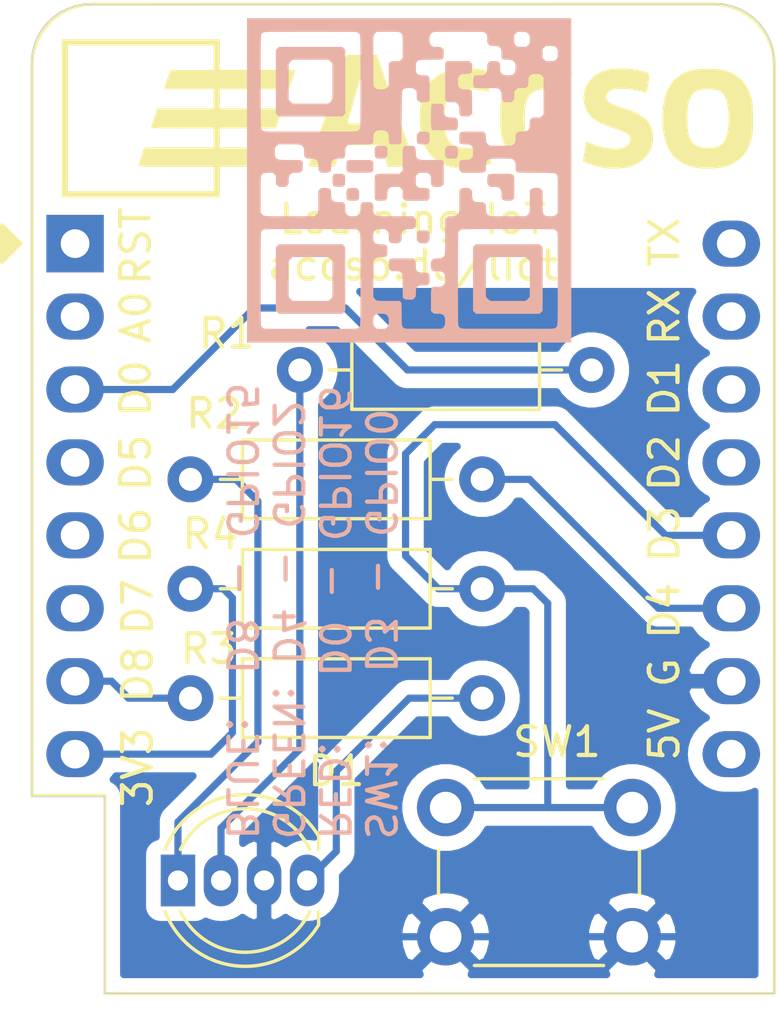
<source format=kicad_pcb>
(kicad_pcb (version 20171130) (host pcbnew "(5.1.8-0-10_14)")

  (general
    (thickness 1.6)
    (drawings 27)
    (tracks 57)
    (zones 0)
    (modules 9)
    (nets 20)
  )

  (page A4)
  (layers
    (0 F.Cu signal)
    (31 B.Cu signal)
    (32 B.Adhes user)
    (33 F.Adhes user)
    (34 B.Paste user)
    (35 F.Paste user)
    (36 B.SilkS user)
    (37 F.SilkS user)
    (38 B.Mask user)
    (39 F.Mask user)
    (40 Dwgs.User user)
    (41 Cmts.User user)
    (42 Eco1.User user)
    (43 Eco2.User user)
    (44 Edge.Cuts user)
    (45 Margin user)
    (46 B.CrtYd user)
    (47 F.CrtYd user)
    (48 B.Fab user)
    (49 F.Fab user)
  )

  (setup
    (last_trace_width 0.25)
    (trace_clearance 0.2)
    (zone_clearance 0.508)
    (zone_45_only no)
    (trace_min 0.2)
    (via_size 0.8)
    (via_drill 0.4)
    (via_min_size 0.4)
    (via_min_drill 0.3)
    (uvia_size 0.3)
    (uvia_drill 0.1)
    (uvias_allowed no)
    (uvia_min_size 0.2)
    (uvia_min_drill 0.1)
    (edge_width 0.05)
    (segment_width 0.2)
    (pcb_text_width 0.3)
    (pcb_text_size 1.5 1.5)
    (mod_edge_width 0.12)
    (mod_text_size 1 1)
    (mod_text_width 0.15)
    (pad_size 1.524 1.524)
    (pad_drill 0.762)
    (pad_to_mask_clearance 0)
    (aux_axis_origin 0 0)
    (visible_elements FFFFFF7F)
    (pcbplotparams
      (layerselection 0x010fc_ffffffff)
      (usegerberextensions false)
      (usegerberattributes true)
      (usegerberadvancedattributes true)
      (creategerberjobfile true)
      (excludeedgelayer true)
      (linewidth 0.100000)
      (plotframeref false)
      (viasonmask false)
      (mode 1)
      (useauxorigin false)
      (hpglpennumber 1)
      (hpglpenspeed 20)
      (hpglpendiameter 15.000000)
      (psnegative false)
      (psa4output false)
      (plotreference true)
      (plotvalue true)
      (plotinvisibletext false)
      (padsonsilk false)
      (subtractmaskfromsilk false)
      (outputformat 1)
      (mirror false)
      (drillshape 0)
      (scaleselection 1)
      (outputdirectory "gerber"))
  )

  (net 0 "")
  (net 1 "Net-(D1-Pad4)")
  (net 2 GND)
  (net 3 "Net-(D1-Pad2)")
  (net 4 "Net-(D1-Pad1)")
  (net 5 "Net-(R1-Pad2)")
  (net 6 "Net-(R2-Pad2)")
  (net 7 "Net-(R3-Pad2)")
  (net 8 "Net-(R4-Pad2)")
  (net 9 +3V3)
  (net 10 "Net-(U1-Pad16)")
  (net 11 "Net-(U1-Pad15)")
  (net 12 "Net-(U1-Pad14)")
  (net 13 "Net-(U1-Pad13)")
  (net 14 "Net-(U1-Pad9)")
  (net 15 "Net-(U1-Pad6)")
  (net 16 "Net-(U1-Pad5)")
  (net 17 "Net-(U1-Pad4)")
  (net 18 "Net-(U1-Pad1)")
  (net 19 "Net-(U1-Pad2)")

  (net_class Default "This is the default net class."
    (clearance 0.2)
    (trace_width 0.25)
    (via_dia 0.8)
    (via_drill 0.4)
    (uvia_dia 0.3)
    (uvia_drill 0.1)
    (add_net +3V3)
    (add_net GND)
    (add_net "Net-(D1-Pad1)")
    (add_net "Net-(D1-Pad2)")
    (add_net "Net-(D1-Pad4)")
    (add_net "Net-(R1-Pad2)")
    (add_net "Net-(R2-Pad2)")
    (add_net "Net-(R3-Pad2)")
    (add_net "Net-(R4-Pad2)")
    (add_net "Net-(U1-Pad1)")
    (add_net "Net-(U1-Pad13)")
    (add_net "Net-(U1-Pad14)")
    (add_net "Net-(U1-Pad15)")
    (add_net "Net-(U1-Pad16)")
    (add_net "Net-(U1-Pad2)")
    (add_net "Net-(U1-Pad4)")
    (add_net "Net-(U1-Pad5)")
    (add_net "Net-(U1-Pad6)")
    (add_net "Net-(U1-Pad9)")
  )

  (module learning-iot:accso.de-liot (layer B.Cu) (tedit 0) (tstamp 642C27E2)
    (at 317.5 187.706)
    (fp_text reference G*** (at 0 0) (layer B.SilkS) hide
      (effects (font (size 1.524 1.524) (thickness 0.3)) (justify mirror))
    )
    (fp_text value LOGO (at 0.75 0) (layer B.SilkS) hide
      (effects (font (size 1.524 1.524) (thickness 0.3)) (justify mirror))
    )
    (fp_poly (pts (xy 4.592696 4.592696) (xy 4.642556 4.542837) (xy 4.642556 2.329274) (xy 4.592696 2.279415)
      (xy 4.542837 2.229556) (xy 2.329274 2.229556) (xy 2.229556 2.329274) (xy 2.229556 4.045715)
      (xy 2.667 4.045715) (xy 2.667 2.826396) (xy 2.699086 2.778784) (xy 2.733791 2.737687)
      (xy 2.775196 2.701574) (xy 2.778784 2.699086) (xy 2.826396 2.667) (xy 4.045715 2.667)
      (xy 4.093327 2.699086) (xy 4.134424 2.733791) (xy 4.170537 2.775196) (xy 4.173025 2.778784)
      (xy 4.205111 2.826396) (xy 4.205111 4.045715) (xy 4.173025 4.093327) (xy 4.13832 4.134424)
      (xy 4.096915 4.170537) (xy 4.093327 4.173025) (xy 4.045715 4.205111) (xy 2.826396 4.205111)
      (xy 2.778784 4.173025) (xy 2.737687 4.13832) (xy 2.701574 4.096915) (xy 2.699086 4.093327)
      (xy 2.667 4.045715) (xy 2.229556 4.045715) (xy 2.229556 4.542837) (xy 2.279415 4.592696)
      (xy 2.329274 4.642556) (xy 4.542837 4.642556) (xy 4.592696 4.592696)) (layer B.SilkS) (width 0.01))
    (fp_poly (pts (xy -2.279415 4.592696) (xy -2.229556 4.542837) (xy -2.229556 2.329274) (xy -2.329274 2.229556)
      (xy -4.542837 2.229556) (xy -4.592696 2.279415) (xy -4.642556 2.329274) (xy -4.642556 4.045715)
      (xy -4.205111 4.045715) (xy -4.205111 2.826396) (xy -4.173025 2.778784) (xy -4.13832 2.737687)
      (xy -4.096915 2.701574) (xy -4.093327 2.699086) (xy -4.045715 2.667) (xy -2.826396 2.667)
      (xy -2.778784 2.699086) (xy -2.737687 2.733791) (xy -2.701574 2.775196) (xy -2.699086 2.778784)
      (xy -2.667 2.826396) (xy -2.667 4.045715) (xy -2.699086 4.093327) (xy -2.733791 4.134424)
      (xy -2.775196 4.170537) (xy -2.778784 4.173025) (xy -2.826396 4.205111) (xy -4.045715 4.205111)
      (xy -4.093327 4.173025) (xy -4.134424 4.13832) (xy -4.170537 4.096915) (xy -4.173025 4.093327)
      (xy -4.205111 4.045715) (xy -4.642556 4.045715) (xy -4.642556 4.542837) (xy -4.592696 4.592696)
      (xy -4.542837 4.642556) (xy -2.329274 4.642556) (xy -2.279415 4.592696)) (layer B.SilkS) (width 0.01))
    (fp_poly (pts (xy 0.17825 4.098273) (xy 0.200276 4.073908) (xy 0.214164 4.052611) (xy 0.221791 4.027087)
      (xy 0.225033 3.990041) (xy 0.225766 3.934177) (xy 0.225778 3.913479) (xy 0.226724 3.846885)
      (xy 0.230358 3.801323) (xy 0.237875 3.769644) (xy 0.250469 3.744698) (xy 0.255112 3.737882)
      (xy 0.286838 3.701429) (xy 0.324586 3.676965) (xy 0.374343 3.662443) (xy 0.442096 3.655818)
      (xy 0.498341 3.654778) (xy 0.56391 3.653876) (xy 0.608283 3.650369) (xy 0.638452 3.643055)
      (xy 0.661409 3.63073) (xy 0.668375 3.625531) (xy 0.68454 3.611616) (xy 0.695167 3.596383)
      (xy 0.701407 3.574018) (xy 0.704408 3.538706) (xy 0.70532 3.484633) (xy 0.705339 3.438559)
      (xy 0.704368 3.373676) (xy 0.701901 3.31878) (xy 0.698331 3.280286) (xy 0.694756 3.265307)
      (xy 0.669204 3.242227) (xy 0.626598 3.227159) (xy 0.56315 3.219196) (xy 0.494116 3.217333)
      (xy 0.412029 3.214526) (xy 0.351673 3.2047) (xy 0.30699 3.185749) (xy 0.271919 3.155564)
      (xy 0.255112 3.134229) (xy 0.240999 3.110188) (xy 0.232195 3.081551) (xy 0.22754 3.04127)
      (xy 0.225871 2.982294) (xy 0.225778 2.956216) (xy 0.225471 2.893041) (xy 0.223325 2.851019)
      (xy 0.217507 2.823082) (xy 0.20618 2.80216) (xy 0.18751 2.781185) (xy 0.1778 2.771422)
      (xy 0.129822 2.723444) (xy -0.250686 2.723444) (xy -0.364511 2.723538) (xy -0.45357 2.72398)
      (xy -0.521322 2.725013) (xy -0.571224 2.726878) (xy -0.606732 2.729818) (xy -0.631305 2.734075)
      (xy -0.648398 2.73989) (xy -0.661469 2.747506) (xy -0.668375 2.752691) (xy -0.684818 2.766923)
      (xy -0.695523 2.782578) (xy -0.70172 2.805633) (xy -0.704638 2.842068) (xy -0.705506 2.897859)
      (xy -0.705556 2.933495) (xy -0.705236 3.000832) (xy -0.703403 3.04622) (xy -0.698747 3.075933)
      (xy -0.689958 3.096243) (xy -0.675724 3.113423) (xy -0.665978 3.122971) (xy -0.645533 3.140762)
      (xy -0.624654 3.151911) (xy -0.596302 3.157966) (xy -0.553436 3.160474) (xy -0.493117 3.160982)
      (xy -0.424025 3.162274) (xy -0.376232 3.166728) (xy -0.342892 3.17538) (xy -0.320251 3.187174)
      (xy -0.295924 3.2037) (xy -0.276575 3.219848) (xy -0.261568 3.238931) (xy -0.250271 3.264262)
      (xy -0.242048 3.299157) (xy -0.236265 3.346929) (xy -0.232288 3.410891) (xy -0.229483 3.494358)
      (xy -0.227215 3.600644) (xy -0.225778 3.680719) (xy -0.218722 4.080604) (xy -0.17913 4.114636)
      (xy -0.157891 4.130665) (xy -0.134808 4.140712) (xy -0.102852 4.146144) (xy -0.054992 4.148332)
      (xy -0.004407 4.148667) (xy 0.130723 4.148667) (xy 0.17825 4.098273)) (layer B.SilkS) (width 0.01))
    (fp_poly (pts (xy 0.550008 2.186794) (xy 0.589569 2.184148) (xy 0.615879 2.177246) (xy 0.636423 2.164048)
      (xy 0.658686 2.142512) (xy 0.660454 2.140689) (xy 0.681503 2.117791) (xy 0.694711 2.097041)
      (xy 0.701904 2.071186) (xy 0.704909 2.032973) (xy 0.70555 1.975151) (xy 0.705556 1.961545)
      (xy 0.705017 1.898633) (xy 0.702363 1.85687) (xy 0.696037 1.82919) (xy 0.684484 1.808523)
      (xy 0.667638 1.789356) (xy 0.649643 1.771851) (xy 0.631709 1.760457) (xy 0.607561 1.753863)
      (xy 0.570929 1.750758) (xy 0.515537 1.749833) (xy 0.478162 1.749778) (xy 0.410885 1.750096)
      (xy 0.365851 1.751871) (xy 0.337082 1.756331) (xy 0.318601 1.764706) (xy 0.304428 1.778226)
      (xy 0.297357 1.786959) (xy 0.283214 1.809004) (xy 0.274434 1.835991) (xy 0.269827 1.874882)
      (xy 0.268198 1.93264) (xy 0.268111 1.957703) (xy 0.268447 2.020038) (xy 0.270726 2.061364)
      (xy 0.276855 2.088892) (xy 0.288739 2.109837) (xy 0.308285 2.13141) (xy 0.316089 2.139244)
      (xy 0.340042 2.162099) (xy 0.361128 2.176224) (xy 0.386947 2.18372) (xy 0.425098 2.186685)
      (xy 0.483181 2.187221) (xy 0.48971 2.187222) (xy 0.550008 2.186794)) (layer B.SilkS) (width 0.01))
    (fp_poly (pts (xy -1.878972 0.704653) (xy -1.822061 0.699187) (xy -1.784928 0.685019) (xy -1.763352 0.658012)
      (xy -1.753114 0.614026) (xy -1.749991 0.548923) (xy -1.749778 0.49955) (xy -1.750035 0.432995)
      (xy -1.751785 0.388278) (xy -1.756497 0.359019) (xy -1.765639 0.338833) (xy -1.780679 0.321338)
      (xy -1.793603 0.30905) (xy -1.815958 0.289661) (xy -1.837283 0.277674) (xy -1.864944 0.271385)
      (xy -1.906309 0.269089) (xy -1.966465 0.269066) (xy -2.027567 0.27108) (xy -2.080757 0.275647)
      (xy -2.117642 0.281934) (xy -2.126246 0.284886) (xy -2.154484 0.306776) (xy -2.173209 0.342816)
      (xy -2.183412 0.396888) (xy -2.186084 0.472874) (xy -2.185083 0.515538) (xy -2.18127 0.587599)
      (xy -2.173035 0.638685) (xy -2.156111 0.672396) (xy -2.126229 0.692334) (xy -2.079121 0.702099)
      (xy -2.01052 0.705294) (xy -1.959881 0.705556) (xy -1.878972 0.704653)) (layer B.SilkS) (width 0.01))
    (fp_poly (pts (xy 3.49949 0.705135) (xy 3.541633 0.702801) (xy 3.569414 0.696942) (xy 3.589764 0.685947)
      (xy 3.609611 0.668207) (xy 3.61353 0.664308) (xy 3.654778 0.62306) (xy 3.654778 0.240047)
      (xy 3.654273 0.129181) (xy 3.652834 0.030976) (xy 3.650571 -0.051298) (xy 3.647594 -0.114371)
      (xy 3.644013 -0.154974) (xy 3.640964 -0.168777) (xy 3.618443 -0.19132) (xy 3.583288 -0.209874)
      (xy 3.582414 -0.210182) (xy 3.554746 -0.214778) (xy 3.50386 -0.218498) (xy 3.434627 -0.221345)
      (xy 3.351915 -0.223318) (xy 3.260593 -0.224419) (xy 3.165531 -0.224649) (xy 3.071598 -0.224007)
      (xy 2.983661 -0.222496) (xy 2.906592 -0.220115) (xy 2.845258 -0.216866) (xy 2.804529 -0.212749)
      (xy 2.792511 -0.210056) (xy 2.762519 -0.192196) (xy 2.742055 -0.161615) (xy 2.729728 -0.114038)
      (xy 2.724145 -0.045191) (xy 2.723444 0.002075) (xy 2.72384 0.062897) (xy 2.726389 0.102988)
      (xy 2.733138 0.129839) (xy 2.746132 0.150942) (xy 2.767416 0.173788) (xy 2.771422 0.1778)
      (xy 2.794344 0.199846) (xy 2.814445 0.21383) (xy 2.838793 0.221586) (xy 2.874458 0.224951)
      (xy 2.928509 0.225759) (xy 2.956216 0.225778) (xy 3.023313 0.226683) (xy 3.069273 0.230172)
      (xy 3.101145 0.237407) (xy 3.12598 0.249549) (xy 3.134229 0.255113) (xy 3.171219 0.287514)
      (xy 3.19587 0.326293) (xy 3.210288 0.377507) (xy 3.216577 0.447212) (xy 3.217333 0.494274)
      (xy 3.21783 0.555805) (xy 3.220495 0.596371) (xy 3.227086 0.623226) (xy 3.239364 0.643622)
      (xy 3.258581 0.664308) (xy 3.279049 0.683388) (xy 3.298813 0.695441) (xy 3.324801 0.702079)
      (xy 3.363944 0.704912) (xy 3.423172 0.70555) (xy 3.436056 0.705556) (xy 3.49949 0.705135)) (layer B.SilkS) (width 0.01))
    (fp_poly (pts (xy -2.385607 0.21825) (xy -2.339103 0.216132) (xy -2.308652 0.211313) (xy -2.288169 0.202739)
      (xy -2.271573 0.189357) (xy -2.268753 0.18658) (xy -2.254511 0.170108) (xy -2.245219 0.150786)
      (xy -2.239835 0.122563) (xy -2.237318 0.079387) (xy -2.236623 0.015207) (xy -2.236611 0)
      (xy -2.237076 -0.068904) (xy -2.239166 -0.115644) (xy -2.243922 -0.146271) (xy -2.252386 -0.166838)
      (xy -2.265599 -0.183396) (xy -2.268725 -0.18658) (xy -2.28683 -0.201747) (xy -2.308949 -0.211536)
      (xy -2.341674 -0.217316) (xy -2.391598 -0.220459) (xy -2.438058 -0.221773) (xy -2.499406 -0.22226)
      (xy -2.551407 -0.22106) (xy -2.586703 -0.218423) (xy -2.596444 -0.216404) (xy -2.625231 -0.202641)
      (xy -2.644962 -0.184864) (xy -2.657317 -0.157916) (xy -2.66398 -0.116638) (xy -2.666631 -0.055872)
      (xy -2.667 0) (xy -2.666274 0.082804) (xy -2.66141 0.141525) (xy -2.648384 0.180301)
      (xy -2.62317 0.20327) (xy -2.581742 0.214572) (xy -2.520074 0.218344) (xy -2.454244 0.218722)
      (xy -2.385607 0.21825)) (layer B.SilkS) (width 0.01))
    (fp_poly (pts (xy -1.732807 -0.2706) (xy -1.694604 -0.270978) (xy -1.309802 -0.275167) (xy -1.282846 -0.30848)
      (xy -1.270564 -0.327734) (xy -1.262606 -0.353113) (xy -1.258099 -0.390662) (xy -1.256171 -0.446424)
      (xy -1.255889 -0.495452) (xy -1.255437 -0.553273) (xy -1.255975 -0.599432) (xy -1.260346 -0.635236)
      (xy -1.27139 -0.661992) (xy -1.29195 -0.681005) (xy -1.324867 -0.693582) (xy -1.372983 -0.701029)
      (xy -1.43914 -0.704653) (xy -1.52618 -0.70576) (xy -1.636943 -0.705656) (xy -1.712937 -0.705556)
      (xy -1.830383 -0.705446) (xy -1.922923 -0.704979) (xy -1.993873 -0.70395) (xy -2.046547 -0.702152)
      (xy -2.084261 -0.69938) (xy -2.110331 -0.695426) (xy -2.128072 -0.690086) (xy -2.1408 -0.683153)
      (xy -2.146853 -0.678596) (xy -2.162541 -0.663351) (xy -2.172775 -0.643972) (xy -2.179053 -0.614074)
      (xy -2.182871 -0.56727) (xy -2.185083 -0.515538) (xy -2.185611 -0.429499) (xy -2.17923 -0.366943)
      (xy -2.164744 -0.323716) (xy -2.140954 -0.295661) (xy -2.117993 -0.282771) (xy -2.091162 -0.277309)
      (xy -2.040173 -0.273387) (xy -1.964082 -0.270979) (xy -1.861941 -0.270059) (xy -1.732807 -0.2706)) (layer B.SilkS) (width 0.01))
    (fp_poly (pts (xy 1.541959 -0.762442) (xy 1.587368 -0.764554) (xy 1.617114 -0.769519) (xy 1.637476 -0.778518)
      (xy 1.654732 -0.792731) (xy 1.658697 -0.796636) (xy 1.674203 -0.814049) (xy 1.684237 -0.833199)
      (xy 1.689981 -0.860365) (xy 1.692614 -0.901825) (xy 1.69332 -0.963857) (xy 1.693333 -0.980722)
      (xy 1.692892 -1.048071) (xy 1.690779 -1.093479) (xy 1.685814 -1.123225) (xy 1.676815 -1.143587)
      (xy 1.662602 -1.160843) (xy 1.658697 -1.164808) (xy 1.640836 -1.180626) (xy 1.62112 -1.190732)
      (xy 1.593056 -1.196392) (xy 1.550152 -1.198873) (xy 1.485915 -1.199443) (xy 1.481223 -1.199444)
      (xy 1.416117 -1.19908) (xy 1.372559 -1.196992) (xy 1.343877 -1.191683) (xy 1.323397 -1.181659)
      (xy 1.304446 -1.165425) (xy 1.297137 -1.158197) (xy 1.278441 -1.13824) (xy 1.266466 -1.119032)
      (xy 1.259716 -1.093899) (xy 1.256697 -1.056168) (xy 1.255912 -0.999166) (xy 1.255889 -0.974111)
      (xy 1.256384 -0.908381) (xy 1.258714 -0.864376) (xy 1.264147 -0.835602) (xy 1.273949 -0.815567)
      (xy 1.289388 -0.797778) (xy 1.290525 -0.796636) (xy 1.307938 -0.78113) (xy 1.327088 -0.771096)
      (xy 1.354254 -0.765353) (xy 1.395714 -0.762719) (xy 1.457746 -0.762014) (xy 1.474611 -0.762)
      (xy 1.541959 -0.762442)) (layer B.SilkS) (width 0.01))
    (fp_poly (pts (xy -1.022082 0.705697) (xy -0.993198 0.705556) (xy -0.926626 0.705234) (xy -0.88181 0.703333)
      (xy -0.852281 0.69845) (xy -0.831575 0.689178) (xy -0.813225 0.674115) (xy -0.803248 0.664308)
      (xy -0.7837 0.643207) (xy -0.77156 0.622749) (xy -0.765071 0.595679) (xy -0.76247 0.554744)
      (xy -0.762 0.494274) (xy -0.759201 0.412168) (xy -0.7494 0.3518) (xy -0.730494 0.307112)
      (xy -0.700376 0.272047) (xy -0.678896 0.255113) (xy -0.656393 0.241694) (xy -0.629861 0.23305)
      (xy -0.592779 0.228186) (xy -0.538625 0.226108) (xy -0.486523 0.225778) (xy -0.335346 0.225778)
      (xy -0.225778 0.335346) (xy -0.225778 0.47535) (xy -0.225486 0.539379) (xy -0.223462 0.58203)
      (xy -0.217988 0.610145) (xy -0.207341 0.630567) (xy -0.189802 0.650141) (xy -0.179245 0.660454)
      (xy -0.132712 0.705556) (xy 0.62972 0.705556) (xy 0.667638 0.665978) (xy 0.684592 0.646742)
      (xy 0.695558 0.627276) (xy 0.701836 0.601125) (xy 0.704726 0.561832) (xy 0.705528 0.502941)
      (xy 0.705556 0.477665) (xy 0.704648 0.40094) (xy 0.699139 0.346625) (xy 0.684842 0.310664)
      (xy 0.657576 0.289003) (xy 0.613158 0.277586) (xy 0.547402 0.272357) (xy 0.491709 0.270371)
      (xy 0.337189 0.265575) (xy 0.281483 0.212584) (xy 0.225778 0.159592) (xy 0.225778 -0.159592)
      (xy 0.282816 -0.213852) (xy 0.339855 -0.268111) (xy 0.4839 -0.268018) (xy 0.554567 -0.266979)
      (xy 0.603649 -0.263334) (xy 0.637732 -0.25613) (xy 0.663406 -0.244413) (xy 0.668284 -0.24133)
      (xy 0.709911 -0.208525) (xy 0.737526 -0.171082) (xy 0.753658 -0.122597) (xy 0.76084 -0.056668)
      (xy 0.761907 -0.004446) (xy 0.763349 0.05737) (xy 0.767124 0.111853) (xy 0.772534 0.150361)
      (xy 0.775103 0.159628) (xy 0.797942 0.190095) (xy 0.840974 0.210781) (xy 0.906588 0.222422)
      (xy 0.989392 0.225778) (xy 1.046397 0.224951) (xy 1.084022 0.220861) (xy 1.111093 0.211095)
      (xy 1.136441 0.193237) (xy 1.149564 0.181983) (xy 1.199444 0.138188) (xy 1.199444 -0.252801)
      (xy 1.199357 -0.368278) (xy 1.198941 -0.458881) (xy 1.19797 -0.527957) (xy 1.196214 -0.578855)
      (xy 1.193446 -0.614922) (xy 1.189436 -0.639506) (xy 1.183957 -0.655955) (xy 1.176781 -0.667616)
      (xy 1.170672 -0.674672) (xy 1.161312 -0.683862) (xy 1.150153 -0.69102) (xy 1.133824 -0.696401)
      (xy 1.108951 -0.700258) (xy 1.072162 -0.702844) (xy 1.020084 -0.704413) (xy 0.949344 -0.705219)
      (xy 0.85657 -0.705515) (xy 0.759844 -0.705556) (xy 0.645451 -0.705662) (xy 0.555691 -0.706144)
      (xy 0.486977 -0.707246) (xy 0.435721 -0.709211) (xy 0.398333 -0.712284) (xy 0.371227 -0.716709)
      (xy 0.350813 -0.722729) (xy 0.333504 -0.730588) (xy 0.325206 -0.735108) (xy 0.280573 -0.765852)
      (xy 0.251057 -0.802518) (xy 0.233972 -0.851265) (xy 0.226633 -0.918248) (xy 0.225778 -0.963155)
      (xy 0.221805 -1.056573) (xy 0.209619 -1.124432) (xy 0.188821 -1.168293) (xy 0.168777 -1.185631)
      (xy 0.140618 -1.192827) (xy 0.093095 -1.197405) (xy 0.033802 -1.199449) (xy -0.029667 -1.199046)
      (xy -0.089717 -1.19628) (xy -0.138753 -1.191235) (xy -0.169181 -1.183998) (xy -0.173057 -1.181806)
      (xy -0.188177 -1.167436) (xy -0.200151 -1.147747) (xy -0.209334 -1.119569) (xy -0.216079 -1.079735)
      (xy -0.22074 -1.025076) (xy -0.223671 -0.952424) (xy -0.225228 -0.858609) (xy -0.225762 -0.740463)
      (xy -0.225778 -0.710032) (xy -0.225778 -0.335346) (xy -0.335346 -0.225778) (xy -0.708845 -0.225778)
      (xy -0.835337 -0.225374) (xy -0.936619 -0.223922) (xy -1.015696 -0.221064) (xy -1.075571 -0.21644)
      (xy -1.11925 -0.209691) (xy -1.149735 -0.200458) (xy -1.170031 -0.188382) (xy -1.183143 -0.173103)
      (xy -1.185631 -0.168777) (xy -1.189563 -0.147433) (xy -1.192982 -0.101043) (xy -1.195782 -0.032776)
      (xy -1.19786 0.054194) (xy -1.19911 0.156697) (xy -1.199444 0.250412) (xy -1.199609 0.375842)
      (xy -1.199242 0.475912) (xy -1.19705 0.553474) (xy -1.191742 0.611378) (xy -1.182025 0.652477)
      (xy -1.166607 0.679622) (xy -1.144196 0.695665) (xy -1.113499 0.703458) (xy -1.073225 0.705851)
      (xy -1.022082 0.705697)) (layer B.SilkS) (width 0.01))
    (fp_poly (pts (xy -0.927419 -0.7623) (xy -0.88499 -0.76436) (xy -0.857015 -0.769921) (xy -0.83661 -0.780722)
      (xy -0.816893 -0.798504) (xy -0.807102 -0.808533) (xy -0.786379 -0.830996) (xy -0.773232 -0.851314)
      (xy -0.765939 -0.87652) (xy -0.762774 -0.913648) (xy -0.762016 -0.969733) (xy -0.762 -0.992619)
      (xy -0.762545 -1.057042) (xy -0.765075 -1.09993) (xy -0.770934 -1.127962) (xy -0.781466 -1.147819)
      (xy -0.796636 -1.164808) (xy -0.814049 -1.180314) (xy -0.833199 -1.190348) (xy -0.860365 -1.196092)
      (xy -0.901825 -1.198725) (xy -0.963857 -1.199431) (xy -0.980722 -1.199444) (xy -1.048071 -1.199003)
      (xy -1.093479 -1.19689) (xy -1.123225 -1.191925) (xy -1.143588 -1.182927) (xy -1.160844 -1.168714)
      (xy -1.164808 -1.164808) (xy -1.180314 -1.147396) (xy -1.190349 -1.128245) (xy -1.196092 -1.101079)
      (xy -1.198726 -1.059619) (xy -1.199431 -0.997588) (xy -1.199444 -0.980722) (xy -1.199003 -0.913374)
      (xy -1.19689 -0.867965) (xy -1.191925 -0.838219) (xy -1.182927 -0.817857) (xy -1.168714 -0.800601)
      (xy -1.164808 -0.796636) (xy -1.146668 -0.780625) (xy -1.126595 -0.770478) (xy -1.097964 -0.764873)
      (xy -1.054145 -0.762488) (xy -0.991187 -0.762) (xy -0.927419 -0.7623)) (layer B.SilkS) (width 0.01))
    (fp_poly (pts (xy 0.549425 -1.256333) (xy 0.593216 -1.258592) (xy 0.622151 -1.264061) (xy 0.642912 -1.274132)
      (xy 0.662181 -1.290198) (xy 0.665978 -1.293807) (xy 0.683482 -1.311801) (xy 0.694876 -1.329736)
      (xy 0.701471 -1.353883) (xy 0.704575 -1.390516) (xy 0.705501 -1.445907) (xy 0.705556 -1.483282)
      (xy 0.705237 -1.550559) (xy 0.703462 -1.595593) (xy 0.699002 -1.624362) (xy 0.690627 -1.642843)
      (xy 0.677107 -1.657016) (xy 0.668375 -1.664087) (xy 0.646778 -1.678014) (xy 0.620429 -1.686749)
      (xy 0.582527 -1.691428) (xy 0.526269 -1.69319) (xy 0.493448 -1.693333) (xy 0.355701 -1.693333)
      (xy 0.265587 -1.590699) (xy 0.270377 -1.450248) (xy 0.274262 -1.374861) (xy 0.282839 -1.321991)
      (xy 0.300488 -1.287654) (xy 0.331591 -1.267866) (xy 0.380529 -1.258642) (xy 0.451683 -1.255997)
      (xy 0.484097 -1.255889) (xy 0.549425 -1.256333)) (layer B.SilkS) (width 0.01))
    (fp_poly (pts (xy 1.664087 -1.786959) (xy 1.678487 -1.809519) (xy 1.687289 -1.837186) (xy 1.69175 -1.877129)
      (xy 1.693127 -1.936518) (xy 1.693141 -1.952764) (xy 1.692125 -2.014036) (xy 1.689577 -2.067642)
      (xy 1.685965 -2.10505) (xy 1.684291 -2.113704) (xy 1.666483 -2.145632) (xy 1.630982 -2.167826)
      (xy 1.574835 -2.181276) (xy 1.495091 -2.18697) (xy 1.464728 -2.187315) (xy 1.384619 -2.190147)
      (xy 1.325973 -2.200178) (xy 1.282424 -2.219906) (xy 1.247608 -2.251829) (xy 1.226226 -2.280938)
      (xy 1.213482 -2.305616) (xy 1.205427 -2.337302) (xy 1.201113 -2.382564) (xy 1.199592 -2.44797)
      (xy 1.199537 -2.465917) (xy 1.198575 -2.542608) (xy 1.193021 -2.596808) (xy 1.178701 -2.632413)
      (xy 1.151444 -2.653315) (xy 1.107074 -2.663407) (xy 1.04142 -2.666584) (xy 0.98425 -2.666784)
      (xy 0.919157 -2.665818) (xy 0.864042 -2.663366) (xy 0.825297 -2.659814) (xy 0.809974 -2.656201)
      (xy 0.79605 -2.644379) (xy 0.785077 -2.627499) (xy 0.776711 -2.602366) (xy 0.77061 -2.565787)
      (xy 0.766432 -2.514565) (xy 0.763836 -2.445508) (xy 0.762477 -2.355419) (xy 0.762015 -2.241104)
      (xy 0.762 -2.208389) (xy 0.762291 -2.087523) (xy 0.763394 -1.991682) (xy 0.765649 -1.917669)
      (xy 0.769399 -1.862291) (xy 0.774988 -1.822353) (xy 0.782756 -1.79466) (xy 0.793046 -1.776018)
      (xy 0.8062 -1.763231) (xy 0.809974 -1.760577) (xy 0.827601 -1.757905) (xy 0.86974 -1.755473)
      (xy 0.93268 -1.753376) (xy 1.01271 -1.751705) (xy 1.10612 -1.750555) (xy 1.209199 -1.750019)
      (xy 1.23017 -1.749994) (xy 1.63484 -1.749778) (xy 1.664087 -1.786959)) (layer B.SilkS) (width 0.01))
    (fp_poly (pts (xy 2.188511 -2.325826) (xy 2.184339 -2.7164) (xy 2.180167 -3.106975) (xy 2.146853 -3.133932)
      (xy 2.125641 -3.147132) (xy 2.097291 -3.155302) (xy 2.055141 -3.159522) (xy 1.99253 -3.160868)
      (xy 1.980347 -3.160889) (xy 1.899884 -3.163193) (xy 1.840557 -3.171656) (xy 1.795541 -3.188604)
      (xy 1.758012 -3.216365) (xy 1.730292 -3.246131) (xy 1.713562 -3.267903) (xy 1.702817 -3.289806)
      (xy 1.696741 -3.318594) (xy 1.694021 -3.361023) (xy 1.693341 -3.423849) (xy 1.693333 -3.436055)
      (xy 1.693812 -3.502713) (xy 1.696123 -3.547909) (xy 1.701583 -3.578398) (xy 1.711505 -3.600937)
      (xy 1.727204 -3.622281) (xy 1.730292 -3.62598) (xy 1.766696 -3.663515) (xy 1.805399 -3.68847)
      (xy 1.853225 -3.703171) (xy 1.917 -3.709945) (xy 1.980347 -3.711222) (xy 2.058676 -3.712644)
      (xy 2.113302 -3.719779) (xy 2.148708 -3.736927) (xy 2.169378 -3.768391) (xy 2.179795 -3.818472)
      (xy 2.184442 -3.891472) (xy 2.185019 -3.907596) (xy 2.189872 -4.050061) (xy 2.140569 -4.099364)
      (xy 2.091267 -4.148667) (xy 1.325162 -4.148667) (xy 1.255889 -4.079394) (xy 1.255889 -2.792717)
      (xy 1.290525 -2.758081) (xy 1.308308 -2.742316) (xy 1.327925 -2.732223) (xy 1.355832 -2.726548)
      (xy 1.398483 -2.72404) (xy 1.462333 -2.723447) (xy 1.46911 -2.723444) (xy 1.535744 -2.722883)
      (xy 1.581172 -2.720319) (xy 1.612403 -2.714431) (xy 1.636445 -2.703901) (xy 1.660266 -2.687437)
      (xy 1.698475 -2.653675) (xy 1.724329 -2.616997) (xy 1.740029 -2.571071) (xy 1.747777 -2.509568)
      (xy 1.749778 -2.429999) (xy 1.751046 -2.354151) (xy 1.757753 -2.301332) (xy 1.774254 -2.267154)
      (xy 1.804904 -2.247227) (xy 1.854059 -2.237165) (xy 1.926074 -2.23258) (xy 1.946451 -2.231834)
      (xy 2.083785 -2.227056) (xy 2.188511 -2.325826)) (layer B.SilkS) (width 0.01))
    (fp_poly (pts (xy -2.229556 -2.329274) (xy -2.229556 -4.542837) (xy -2.279415 -4.592696) (xy -2.329274 -4.642556)
      (xy -4.542837 -4.642556) (xy -4.592696 -4.592696) (xy -4.642556 -4.542837) (xy -4.642556 -2.826396)
      (xy -4.205111 -2.826396) (xy -4.205111 -4.045715) (xy -4.173025 -4.093327) (xy -4.13832 -4.134424)
      (xy -4.096915 -4.170537) (xy -4.093327 -4.173025) (xy -4.045715 -4.205111) (xy -2.826396 -4.205111)
      (xy -2.778784 -4.173025) (xy -2.737687 -4.13832) (xy -2.701574 -4.096915) (xy -2.699086 -4.093327)
      (xy -2.667 -4.045715) (xy -2.667 -2.826396) (xy -2.699086 -2.778784) (xy -2.733791 -2.737687)
      (xy -2.775196 -2.701574) (xy -2.778784 -2.699086) (xy -2.826396 -2.667) (xy -4.045715 -2.667)
      (xy -4.093327 -2.699086) (xy -4.134424 -2.733791) (xy -4.170537 -2.775196) (xy -4.173025 -2.778784)
      (xy -4.205111 -2.826396) (xy -4.642556 -2.826396) (xy -4.642556 -2.329274) (xy -4.592696 -2.279415)
      (xy -4.542837 -2.229556) (xy -2.329274 -2.229556) (xy -2.229556 -2.329274)) (layer B.SilkS) (width 0.01))
    (fp_poly (pts (xy 5.644444 -5.644444) (xy -5.644444 -5.644444) (xy -5.644444 -3.436056) (xy -5.178592 -3.436056)
      (xy -5.178579 -3.683462) (xy -5.178523 -3.904209) (xy -5.178399 -4.099861) (xy -5.178182 -4.27198)
      (xy -5.177846 -4.422131) (xy -5.177367 -4.551875) (xy -5.176718 -4.662778) (xy -5.175876 -4.756401)
      (xy -5.174814 -4.834309) (xy -5.173508 -4.898064) (xy -5.171932 -4.94923) (xy -5.170061 -4.98937)
      (xy -5.167869 -5.020047) (xy -5.165333 -5.042826) (xy -5.162426 -5.059268) (xy -5.159122 -5.070938)
      (xy -5.155398 -5.079398) (xy -5.151997 -5.085062) (xy -5.119916 -5.122803) (xy -5.085062 -5.151996)
      (xy -5.078071 -5.156086) (xy -5.069158 -5.159734) (xy -5.05676 -5.162966) (xy -5.039315 -5.165806)
      (xy -5.015257 -5.16828) (xy -4.983025 -5.170413) (xy -4.941055 -5.17223) (xy -4.887783 -5.173757)
      (xy -4.821646 -5.175018) (xy -4.741082 -5.17604) (xy -4.644526 -5.176846) (xy -4.530415 -5.177463)
      (xy -4.397186 -5.177915) (xy -4.243276 -5.178228) (xy -4.067122 -5.178427) (xy -3.867159 -5.178537)
      (xy -3.641825 -5.178583) (xy -3.436056 -5.178592) (xy -3.188649 -5.178579) (xy -2.967902 -5.178523)
      (xy -2.77225 -5.178399) (xy -2.600131 -5.178182) (xy -2.44998 -5.177846) (xy -2.320236 -5.177367)
      (xy -2.209333 -5.176718) (xy -2.11571 -5.175876) (xy -2.037802 -5.174814) (xy -1.974047 -5.173508)
      (xy -1.922881 -5.171932) (xy -1.882741 -5.170061) (xy -1.852064 -5.167869) (xy -1.829286 -5.165333)
      (xy -1.812843 -5.162425) (xy -1.801173 -5.159122) (xy -1.792713 -5.155398) (xy -1.787049 -5.151996)
      (xy -1.749308 -5.119916) (xy -1.720115 -5.085062) (xy -1.716025 -5.078071) (xy -1.712377 -5.069158)
      (xy -1.709145 -5.05676) (xy -1.706305 -5.039314) (xy -1.703831 -5.015257) (xy -1.701698 -4.983025)
      (xy -1.699881 -4.941054) (xy -1.698354 -4.887783) (xy -1.697093 -4.821646) (xy -1.696071 -4.741081)
      (xy -1.695265 -4.644525) (xy -1.694648 -4.530415) (xy -1.694196 -4.397186) (xy -1.694098 -4.348643)
      (xy -1.255866 -4.348643) (xy -1.255805 -4.504242) (xy -1.255462 -4.635985) (xy -1.254646 -4.746058)
      (xy -1.253166 -4.836644) (xy -1.250831 -4.909926) (xy -1.247451 -4.968088) (xy -1.242835 -5.013313)
      (xy -1.236792 -5.047786) (xy -1.229131 -5.073691) (xy -1.219661 -5.09321) (xy -1.208192 -5.108528)
      (xy -1.194532 -5.121828) (xy -1.178491 -5.135293) (xy -1.170646 -5.141819) (xy -1.126724 -5.178778)
      (xy -0.746106 -5.178778) (xy -0.627052 -5.178509) (xy -0.532993 -5.177596) (xy -0.460707 -5.175878)
      (xy -0.406969 -5.173194) (xy -0.368558 -5.169385) (xy -0.342251 -5.16429) (xy -0.324967 -5.157824)
      (xy -0.287735 -5.130926) (xy -0.255115 -5.095677) (xy -0.255113 -5.095673) (xy -0.246525 -5.082414)
      (xy -0.239798 -5.067318) (xy -0.234705 -5.046989) (xy -0.23102 -5.01803) (xy -0.228516 -4.977045)
      (xy -0.226966 -4.920638) (xy -0.226145 -4.845412) (xy -0.225825 -4.747972) (xy -0.225778 -4.655831)
      (xy -0.225778 -4.257186) (xy -0.282816 -4.202926) (xy -0.339855 -4.148667) (xy -0.47888 -4.148667)
      (xy -0.543177 -4.148242) (xy -0.586194 -4.145931) (xy -0.614872 -4.14018) (xy -0.636151 -4.129436)
      (xy -0.656972 -4.112144) (xy -0.66173 -4.107727) (xy -0.705556 -4.066788) (xy -0.705556 -3.689587)
      (xy -0.705666 -3.575998) (xy -0.706161 -3.487066) (xy -0.707283 -3.419229) (xy -0.709275 -3.36892)
      (xy -0.712381 -3.332577) (xy -0.716843 -3.306635) (xy -0.722905 -3.28753) (xy -0.73081 -3.271699)
      (xy -0.734489 -3.265571) (xy -0.770549 -3.21857) (xy -0.813864 -3.18722) (xy -0.870333 -3.169032)
      (xy -0.945854 -3.161517) (xy -0.982388 -3.160942) (xy -1.066905 -3.164885) (xy -1.129878 -3.178243)
      (xy -1.177102 -3.203428) (xy -1.214373 -3.242851) (xy -1.227743 -3.263065) (xy -1.23353 -3.273375)
      (xy -1.238461 -3.285313) (xy -1.242606 -3.301083) (xy -1.246032 -3.322889) (xy -1.248808 -3.352936)
      (xy -1.251002 -3.393427) (xy -1.252683 -3.446566) (xy -1.25392 -3.514558) (xy -1.254781 -3.599605)
      (xy -1.255335 -3.703913) (xy -1.255649 -3.829686) (xy -1.255793 -3.979126) (xy -1.255835 -4.154439)
      (xy -1.255836 -4.167006) (xy -1.255866 -4.348643) (xy -1.694098 -4.348643) (xy -1.693883 -4.243276)
      (xy -1.693684 -4.067122) (xy -1.693574 -3.867159) (xy -1.693528 -3.641825) (xy -1.693519 -3.436056)
      (xy -1.693532 -3.188649) (xy -1.693588 -2.967902) (xy -1.693712 -2.77225) (xy -1.693929 -2.600131)
      (xy -1.694265 -2.44998) (xy -1.694744 -2.320236) (xy -1.695393 -2.209333) (xy -1.696235 -2.11571)
      (xy -1.697297 -2.037802) (xy -1.698603 -1.974047) (xy -1.700179 -1.922881) (xy -1.70205 -1.882741)
      (xy -1.704242 -1.852064) (xy -1.706778 -1.829285) (xy -1.709686 -1.812843) (xy -1.712989 -1.801173)
      (xy -1.716713 -1.792713) (xy -1.720115 -1.787049) (xy -1.752195 -1.749308) (xy -1.787049 -1.720115)
      (xy -1.794041 -1.716025) (xy -1.802953 -1.712377) (xy -1.815351 -1.709145) (xy -1.832797 -1.706305)
      (xy -1.856854 -1.703831) (xy -1.889086 -1.701698) (xy -1.931057 -1.699881) (xy -1.984328 -1.698354)
      (xy -2.050465 -1.697093) (xy -2.13103 -1.696071) (xy -2.227586 -1.695265) (xy -2.341696 -1.694648)
      (xy -2.474925 -1.694196) (xy -2.628835 -1.693883) (xy -2.80499 -1.693684) (xy -3.004952 -1.693574)
      (xy -3.230286 -1.693528) (xy -3.436056 -1.693519) (xy -3.683462 -1.693532) (xy -3.904209 -1.693588)
      (xy -4.099861 -1.693712) (xy -4.27198 -1.693929) (xy -4.422131 -1.694265) (xy -4.551876 -1.694744)
      (xy -4.662778 -1.695393) (xy -4.756401 -1.696235) (xy -4.834309 -1.697297) (xy -4.898064 -1.698603)
      (xy -4.94923 -1.700179) (xy -4.98937 -1.70205) (xy -5.020047 -1.704242) (xy -5.042826 -1.706778)
      (xy -5.059268 -1.709686) (xy -5.070938 -1.712989) (xy -5.079398 -1.716713) (xy -5.085062 -1.720115)
      (xy -5.122803 -1.752195) (xy -5.151997 -1.787049) (xy -5.156086 -1.79404) (xy -5.159735 -1.802953)
      (xy -5.162966 -1.815351) (xy -5.165806 -1.832797) (xy -5.16828 -1.856854) (xy -5.170413 -1.889086)
      (xy -5.17223 -1.931057) (xy -5.173757 -1.984328) (xy -5.175018 -2.050465) (xy -5.17604 -2.13103)
      (xy -5.176846 -2.227586) (xy -5.177463 -2.341696) (xy -5.177915 -2.474925) (xy -5.178228 -2.628835)
      (xy -5.178427 -2.804989) (xy -5.178537 -3.004952) (xy -5.178584 -3.230286) (xy -5.178592 -3.436056)
      (xy -5.644444 -3.436056) (xy -5.644444 1.126724) (xy -5.178778 1.126724) (xy -5.178778 0.498)
      (xy -5.178742 0.348324) (xy -5.178558 0.224238) (xy -5.17811 0.123111) (xy -5.177284 0.04231)
      (xy -5.175964 -0.020798) (xy -5.174036 -0.068843) (xy -5.171383 -0.104458) (xy -5.167892 -0.130274)
      (xy -5.163447 -0.148925) (xy -5.157932 -0.163042) (xy -5.151234 -0.175257) (xy -5.149193 -0.178593)
      (xy -5.1211 -0.21615) (xy -5.087626 -0.241873) (xy -5.043137 -0.257769) (xy -4.981994 -0.265846)
      (xy -4.898563 -0.268111) (xy -4.756633 -0.268111) (xy -4.699594 -0.213852) (xy -4.642556 -0.159592)
      (xy -4.642556 0.126059) (xy -4.592696 0.175919) (xy -4.567804 0.199786) (xy -4.546351 0.214481)
      (xy -4.520589 0.222229) (xy -4.48277 0.225253) (xy -4.425146 0.225777) (xy -4.418986 0.225778)
      (xy -4.358887 0.22526) (xy -4.319372 0.222381) (xy -4.292807 0.215151) (xy -4.271557 0.20158)
      (xy -4.250123 0.18177) (xy -4.228671 0.159529) (xy -4.215415 0.139088) (xy -4.208383 0.113003)
      (xy -4.205605 0.073828) (xy -4.205111 0.01412) (xy -4.205111 0.011736) (xy -4.202486 -0.06782)
      (xy -4.192959 -0.126569) (xy -4.174049 -0.171577) (xy -4.143275 -0.20991) (xy -4.119869 -0.231152)
      (xy -4.097334 -0.248349) (xy -4.074562 -0.259194) (xy -4.04445 -0.265137) (xy -3.999895 -0.267627)
      (xy -3.938596 -0.268111) (xy -3.875027 -0.268482) (xy -3.832681 -0.270722) (xy -3.804561 -0.276518)
      (xy -3.78367 -0.287561) (xy -3.763008 -0.305538) (xy -3.756234 -0.312119) (xy -3.736108 -0.332678)
      (xy -3.723104 -0.351413) (xy -3.715667 -0.374906) (xy -3.712242 -0.409743) (xy -3.711272 -0.462507)
      (xy -3.711222 -0.502619) (xy -3.710852 -0.559509) (xy -3.71168 -0.604678) (xy -3.71661 -0.639473)
      (xy -3.728548 -0.665238) (xy -3.750401 -0.68332) (xy -3.785074 -0.695065) (xy -3.835472 -0.701818)
      (xy -3.904502 -0.704925) (xy -3.995069 -0.705732) (xy -4.110078 -0.705585) (xy -4.149367 -0.705556)
      (xy -4.270528 -0.705715) (xy -4.366944 -0.706589) (xy -4.442092 -0.708773) (xy -4.499448 -0.712861)
      (xy -4.542489 -0.719447) (xy -4.574692 -0.729126) (xy -4.599534 -0.742492) (xy -4.620491 -0.76014)
      (xy -4.641041 -0.782664) (xy -4.64793 -0.790798) (xy -4.664512 -0.81233) (xy -4.675223 -0.833962)
      (xy -4.681337 -0.862341) (xy -4.68413 -0.904116) (xy -4.684874 -0.965933) (xy -4.684889 -0.983662)
      (xy -4.684889 -1.132602) (xy -4.623246 -1.194246) (xy -4.561602 -1.255889) (xy -4.182273 -1.255836)
      (xy -4.068129 -1.255699) (xy -3.978664 -1.255166) (xy -3.910334 -1.254004) (xy -3.859596 -1.251979)
      (xy -3.822908 -1.248857) (xy -3.796726 -1.244403) (xy -3.777507 -1.238384) (xy -3.761708 -1.230566)
      (xy -3.756954 -1.227743) (xy -3.713272 -1.195157) (xy -3.683483 -1.156258) (xy -3.665337 -1.105357)
      (xy -3.656585 -1.036764) (xy -3.654831 -0.969497) (xy -3.654267 -0.904902) (xy -3.651744 -0.861867)
      (xy -3.645927 -0.833735) (xy -3.635479 -0.813853) (xy -3.620141 -0.796636) (xy -3.601938 -0.780584)
      (xy -3.581776 -0.770425) (xy -3.553001 -0.764823) (xy -3.508957 -0.762442) (xy -3.44728 -0.761947)
      (xy -3.377741 -0.760833) (xy -3.329174 -0.756821) (xy -3.294385 -0.748815) (xy -3.266183 -0.735718)
      (xy -3.263066 -0.733854) (xy -3.217471 -0.699134) (xy -3.186965 -0.656885) (xy -3.169147 -0.601317)
      (xy -3.161615 -0.526638) (xy -3.160942 -0.487505) (xy -3.160444 -0.426816) (xy -3.157694 -0.386787)
      (xy -3.150719 -0.359858) (xy -3.137543 -0.338469) (xy -3.116191 -0.31506) (xy -3.115787 -0.314644)
      (xy -3.093067 -0.292412) (xy -3.072576 -0.278702) (xy -3.046792 -0.271454) (xy -3.008194 -0.26861)
      (xy -2.949261 -0.268111) (xy -2.945753 -0.268111) (xy -2.858657 -0.271896) (xy -2.796152 -0.283867)
      (xy -2.755557 -0.304949) (xy -2.734191 -0.336065) (xy -2.732486 -0.341629) (xy -2.728541 -0.37005)
      (xy -2.725466 -0.418072) (xy -2.723744 -0.477074) (xy -2.723544 -0.500944) (xy -2.720357 -0.580565)
      (xy -2.709487 -0.638887) (xy -2.688346 -0.682369) (xy -2.65435 -0.71747) (xy -2.629728 -0.735219)
      (xy -2.603921 -0.748388) (xy -2.570548 -0.756538) (xy -2.522768 -0.760699) (xy -2.453738 -0.761906)
      (xy -2.45296 -0.761907) (xy -2.391515 -0.76282) (xy -2.339184 -0.765194) (xy -2.303473 -0.768612)
      (xy -2.293688 -0.770766) (xy -2.264348 -0.793778) (xy -2.244267 -0.837966) (xy -2.232844 -0.905387)
      (xy -2.229463 -0.990605) (xy -2.22663 -1.070714) (xy -2.2166 -1.129361) (xy -2.196872 -1.172909)
      (xy -2.164949 -1.207725) (xy -2.13584 -1.229108) (xy -2.121896 -1.237039) (xy -2.104695 -1.243228)
      (xy -2.080796 -1.247888) (xy -2.046756 -1.251234) (xy -1.999136 -1.253482) (xy -1.934494 -1.254846)
      (xy -1.84939 -1.255541) (xy -1.740382 -1.255781) (xy -1.708354 -1.255796) (xy -1.583398 -1.255714)
      (xy -1.483791 -1.256253) (xy -1.406671 -1.258692) (xy -1.349171 -1.26431) (xy -1.308429 -1.274385)
      (xy -1.281579 -1.290196) (xy -1.265758 -1.313021) (xy -1.2581 -1.34414) (xy -1.255741 -1.38483)
      (xy -1.255817 -1.436371) (xy -1.255889 -1.457766) (xy -1.25491 -1.527049) (xy -1.251231 -1.575341)
      (xy -1.243744 -1.609828) (xy -1.231339 -1.637698) (xy -1.226955 -1.645095) (xy -1.188812 -1.69389)
      (xy -1.142226 -1.725871) (xy -1.081317 -1.743616) (xy -1.000201 -1.749707) (xy -0.988245 -1.749778)
      (xy -0.901077 -1.745294) (xy -0.835289 -1.73038) (xy -0.785266 -1.702841) (xy -0.745393 -1.660485)
      (xy -0.739972 -1.652763) (xy -0.724124 -1.6267) (xy -0.714023 -1.600066) (xy -0.708404 -1.565686)
      (xy -0.706006 -1.516385) (xy -0.705556 -1.457224) (xy -0.70458 -1.379688) (xy -0.698841 -1.325147)
      (xy -0.684119 -1.289561) (xy -0.656195 -1.268884) (xy -0.610849 -1.259074) (xy -0.543861 -1.256088)
      (xy -0.495452 -1.255889) (xy -0.424571 -1.256603) (xy -0.375843 -1.259329) (xy -0.343223 -1.264936)
      (xy -0.320667 -1.274298) (xy -0.30848 -1.282857) (xy -0.275167 -1.309824) (xy -0.268111 -2.203607)
      (xy -0.26669 -2.388236) (xy -0.265424 -2.546757) (xy -0.264112 -2.681282) (xy -0.262551 -2.793923)
      (xy -0.260539 -2.886793) (xy -0.257874 -2.962002) (xy -0.254354 -3.021664) (xy -0.249777 -3.067891)
      (xy -0.243941 -3.102794) (xy -0.236644 -3.128485) (xy -0.227684 -3.147077) (xy -0.216858 -3.160681)
      (xy -0.203965 -3.17141) (xy -0.188802 -3.181376) (xy -0.173638 -3.191049) (xy -0.133295 -3.20652)
      (xy -0.074317 -3.215955) (xy -0.005637 -3.219367) (xy 0.063811 -3.216767) (xy 0.125097 -3.208168)
      (xy 0.169288 -3.193584) (xy 0.174395 -3.190552) (xy 0.215677 -3.158132) (xy 0.243175 -3.121254)
      (xy 0.259376 -3.073568) (xy 0.266762 -3.008726) (xy 0.268018 -2.951339) (xy 0.268415 -2.889419)
      (xy 0.270799 -2.848433) (xy 0.277118 -2.821091) (xy 0.28932 -2.800103) (xy 0.309351 -2.778182)
      (xy 0.316089 -2.771422) (xy 0.339295 -2.749151) (xy 0.359667 -2.735125) (xy 0.384415 -2.727438)
      (xy 0.420753 -2.724184) (xy 0.475894 -2.723455) (xy 0.49763 -2.723444) (xy 0.563355 -2.724334)
      (xy 0.607855 -2.7278) (xy 0.638092 -2.735033) (xy 0.661031 -2.747227) (xy 0.668375 -2.752691)
      (xy 0.705556 -2.781937) (xy 0.705556 -3.572282) (xy 0.664308 -3.61353) (xy 0.643207 -3.633078)
      (xy 0.622749 -3.645217) (xy 0.595679 -3.651707) (xy 0.554744 -3.654307) (xy 0.494274 -3.654778)
      (xy 0.412168 -3.657577) (xy 0.3518 -3.667377) (xy 0.307112 -3.686284) (xy 0.272047 -3.716401)
      (xy 0.255112 -3.737882) (xy 0.241571 -3.760652) (xy 0.232897 -3.787544) (xy 0.228067 -3.825173)
      (xy 0.226057 -3.880154) (xy 0.225778 -3.927512) (xy 0.226235 -3.994752) (xy 0.228461 -4.040439)
      (xy 0.233737 -4.071241) (xy 0.243344 -4.093823) (xy 0.258561 -4.114852) (xy 0.262736 -4.119869)
      (xy 0.283872 -4.144039) (xy 0.304329 -4.163147) (xy 0.327583 -4.177787) (xy 0.357112 -4.188555)
      (xy 0.396392 -4.196044) (xy 0.4489 -4.200848) (xy 0.518114 -4.203563) (xy 0.607508 -4.204783)
      (xy 0.720562 -4.205102) (xy 0.761299 -4.205111) (xy 0.884127 -4.204939) (xy 0.98165 -4.205321)
      (xy 1.056772 -4.207604) (xy 1.112401 -4.213136) (xy 1.151441 -4.223263) (xy 1.176798 -4.239334)
      (xy 1.191377 -4.262694) (xy 1.198085 -4.294692) (xy 1.199826 -4.336674) (xy 1.199507 -4.389988)
      (xy 1.199444 -4.40826) (xy 1.199444 -4.554965) (xy 1.149564 -4.59876) (xy 1.124792 -4.619269)
      (xy 1.102312 -4.632113) (xy 1.074668 -4.639081) (xy 1.034406 -4.641965) (xy 0.974069 -4.642554)
      (xy 0.967203 -4.642556) (xy 0.9038 -4.643178) (xy 0.861289 -4.646069) (xy 0.832345 -4.652762)
      (xy 0.809649 -4.664791) (xy 0.790798 -4.679514) (xy 0.750888 -4.719036) (xy 0.725221 -4.761868)
      (xy 0.711106 -4.815395) (xy 0.705856 -4.887) (xy 0.705608 -4.913494) (xy 0.710235 -4.997395)
      (xy 0.72569 -5.060116) (xy 0.754462 -5.10744) (xy 0.799042 -5.14515) (xy 0.807732 -5.150632)
      (xy 0.817982 -5.156388) (xy 0.82985 -5.161297) (xy 0.845526 -5.165428) (xy 0.8672 -5.168846)
      (xy 0.897062 -5.171619) (xy 0.937303 -5.173814) (xy 0.990111 -5.175498) (xy 1.057678 -5.176739)
      (xy 1.142194 -5.177602) (xy 1.245848 -5.178157) (xy 1.37083 -5.178468) (xy 1.519332 -5.178605)
      (xy 1.693543 -5.178633) (xy 1.721556 -5.178632) (xy 1.899956 -5.17859) (xy 2.052307 -5.17844)
      (xy 2.180784 -5.178118) (xy 2.287558 -5.177561) (xy 2.374805 -5.176704) (xy 2.444698 -5.175484)
      (xy 2.499409 -5.173837) (xy 2.541113 -5.171699) (xy 2.571983 -5.169007) (xy 2.594193 -5.165697)
      (xy 2.609916 -5.161705) (xy 2.621325 -5.156967) (xy 2.629728 -5.151996) (xy 2.67101 -5.119577)
      (xy 2.698509 -5.082698) (xy 2.714709 -5.035012) (xy 2.722095 -4.97017) (xy 2.723217 -4.918878)
      (xy 3.654778 -4.918878) (xy 3.654778 -5.055491) (xy 3.716421 -5.117134) (xy 3.778064 -5.178778)
      (xy 3.914677 -5.178778) (xy 3.998615 -5.176368) (xy 4.057776 -5.168896) (xy 4.092518 -5.157458)
      (xy 4.126868 -5.131897) (xy 4.161402 -5.094633) (xy 4.169429 -5.083627) (xy 4.187633 -5.053181)
      (xy 4.198409 -5.022289) (xy 4.203611 -4.982119) (xy 4.205095 -4.923839) (xy 4.205111 -4.913746)
      (xy 4.202004 -4.835133) (xy 4.190892 -4.776862) (xy 4.169093 -4.731561) (xy 4.133924 -4.691855)
      (xy 4.119869 -4.679514) (xy 4.098295 -4.662908) (xy 4.076618 -4.652191) (xy 4.048169 -4.646082)
      (xy 4.006284 -4.643302) (xy 3.944296 -4.642569) (xy 3.927512 -4.642556) (xy 3.857953 -4.643297)
      (xy 3.809979 -4.646204) (xy 3.776975 -4.6523) (xy 3.752328 -4.662608) (xy 3.737882 -4.67189)
      (xy 3.701899 -4.703032) (xy 3.677601 -4.739894) (xy 3.662998 -4.788395) (xy 3.656097 -4.854455)
      (xy 3.654778 -4.918878) (xy 2.723217 -4.918878) (xy 2.723351 -4.912783) (xy 2.723749 -4.850864)
      (xy 2.726133 -4.809878) (xy 2.732452 -4.782535) (xy 2.744653 -4.761548) (xy 2.764684 -4.739626)
      (xy 2.771422 -4.732867) (xy 2.794782 -4.710478) (xy 2.815311 -4.696427) (xy 2.840298 -4.688764)
      (xy 2.877031 -4.685543) (xy 2.932801 -4.684817) (xy 2.951339 -4.684796) (xy 3.031541 -4.682)
      (xy 3.090253 -4.672086) (xy 3.133823 -4.652571) (xy 3.168599 -4.620968) (xy 3.190552 -4.591173)
      (xy 3.203295 -4.566495) (xy 3.21135 -4.534809) (xy 3.215665 -4.489547) (xy 3.217186 -4.424141)
      (xy 3.21724 -4.406194) (xy 3.218448 -4.327296) (xy 3.224725 -4.272298) (xy 3.229427 -4.261556)
      (xy 4.642556 -4.261556) (xy 4.642556 -4.57637) (xy 4.699594 -4.630629) (xy 4.756633 -4.684889)
      (xy 4.900677 -4.684836) (xy 4.971557 -4.683804) (xy 5.021154 -4.680101) (xy 5.05636 -4.67272)
      (xy 5.084065 -4.660656) (xy 5.089898 -4.657238) (xy 5.128568 -4.627475) (xy 5.154726 -4.590103)
      (xy 5.170394 -4.539585) (xy 5.177591 -4.470387) (xy 5.178685 -4.413951) (xy 5.175853 -4.333841)
      (xy 5.165822 -4.275195) (xy 5.146094 -4.231646) (xy 5.114171 -4.19683) (xy 5.085062 -4.175448)
      (xy 5.060384 -4.162704) (xy 5.028698 -4.154649) (xy 4.983436 -4.150335) (xy 4.91803 -4.148814)
      (xy 4.900083 -4.14876) (xy 4.755444 -4.148667) (xy 4.699 -4.205111) (xy 4.642556 -4.261556)
      (xy 3.229427 -4.261556) (xy 3.240227 -4.23689) (xy 3.269114 -4.216765) (xy 3.315543 -4.207614)
      (xy 3.38367 -4.20513) (xy 3.411361 -4.205039) (xy 3.478872 -4.204099) (xy 3.525929 -4.200486)
      (xy 3.560267 -4.192884) (xy 3.589621 -4.179974) (xy 3.602623 -4.172471) (xy 3.650385 -4.138614)
      (xy 3.682172 -4.101363) (xy 3.700908 -4.054183) (xy 3.709513 -3.990544) (xy 3.711076 -3.929944)
      (xy 3.705394 -3.834107) (xy 3.686514 -3.761795) (xy 3.651792 -3.710366) (xy 3.598585 -3.677175)
      (xy 3.524249 -3.659576) (xy 3.436056 -3.654883) (xy 3.351407 -3.65867) (xy 3.288366 -3.671627)
      (xy 3.241141 -3.696144) (xy 3.203945 -3.734616) (xy 3.189035 -3.756954) (xy 3.175288 -3.784863)
      (xy 3.166758 -3.818538) (xy 3.162346 -3.865173) (xy 3.160957 -3.931959) (xy 3.160942 -3.941169)
      (xy 3.160378 -4.005764) (xy 3.157855 -4.0488) (xy 3.152038 -4.076931) (xy 3.14159 -4.096813)
      (xy 3.126252 -4.11403) (xy 3.107893 -4.130191) (xy 3.087541 -4.140368) (xy 3.058461 -4.145929)
      (xy 3.013921 -4.148239) (xy 2.955508 -4.148667) (xy 2.892515 -4.148353) (xy 2.850646 -4.14618)
      (xy 2.822799 -4.140296) (xy 2.801876 -4.128852) (xy 2.780777 -4.109996) (xy 2.771422 -4.100689)
      (xy 2.748878 -4.077134) (xy 2.734804 -4.05643) (xy 2.727204 -4.031186) (xy 2.724084 -3.994011)
      (xy 2.723449 -3.937512) (xy 2.723444 -3.922949) (xy 2.720987 -3.844041) (xy 2.711962 -3.786558)
      (xy 2.693891 -3.744) (xy 2.664296 -3.709868) (xy 2.633037 -3.685883) (xy 2.607361 -3.670923)
      (xy 2.578573 -3.661616) (xy 2.539317 -3.656698) (xy 2.482233 -3.654904) (xy 2.452086 -3.654778)
      (xy 2.390828 -3.653899) (xy 2.338685 -3.651543) (xy 2.303199 -3.648125) (xy 2.293688 -3.646012)
      (xy 2.26297 -3.620761) (xy 2.242363 -3.571801) (xy 2.231524 -3.498014) (xy 2.229556 -3.436055)
      (xy 2.234214 -3.34549) (xy 2.248419 -3.280484) (xy 2.272511 -3.239915) (xy 2.293688 -3.226099)
      (xy 2.313463 -3.223759) (xy 2.3575 -3.22165) (xy 2.421838 -3.21986) (xy 2.502518 -3.218477)
      (xy 2.595579 -3.217588) (xy 2.692849 -3.217281) (xy 2.806504 -3.217141) (xy 2.895498 -3.216601)
      (xy 2.963392 -3.215423) (xy 3.013746 -3.213371) (xy 3.050121 -3.210207) (xy 3.076078 -3.205695)
      (xy 3.095177 -3.199598) (xy 3.110978 -3.191678) (xy 3.115157 -3.189187) (xy 3.160751 -3.154467)
      (xy 3.191257 -3.112219) (xy 3.209075 -3.05665) (xy 3.216607 -2.981971) (xy 3.217281 -2.942838)
      (xy 3.217779 -2.882149) (xy 3.220528 -2.84212) (xy 3.227503 -2.815192) (xy 3.240679 -2.793803)
      (xy 3.262032 -2.770393) (xy 3.262435 -2.769977) (xy 3.284952 -2.747907) (xy 3.305239 -2.734221)
      (xy 3.33071 -2.726918) (xy 3.368778 -2.723994) (xy 3.426855 -2.723446) (xy 3.434624 -2.723444)
      (xy 3.495505 -2.723907) (xy 3.535686 -2.726596) (xy 3.562687 -2.733466) (xy 3.584027 -2.74647)
      (xy 3.607229 -2.767561) (xy 3.608245 -2.768546) (xy 3.629384 -2.789901) (xy 3.642898 -2.809038)
      (xy 3.650493 -2.832771) (xy 3.653875 -2.867913) (xy 3.654748 -2.921277) (xy 3.654778 -2.954409)
      (xy 3.654778 -3.095171) (xy 3.718526 -3.156252) (xy 3.782273 -3.217333) (xy 3.918937 -3.217333)
      (xy 3.982278 -3.217696) (xy 4.024469 -3.219946) (xy 4.052582 -3.225825) (xy 4.07369 -3.237072)
      (xy 4.094864 -3.255429) (xy 4.102134 -3.262435) (xy 4.123498 -3.284068) (xy 4.137057 -3.303479)
      (xy 4.144586 -3.327622) (xy 4.147858 -3.363449) (xy 4.148648 -3.417916) (xy 4.148667 -3.444797)
      (xy 4.149232 -3.509352) (xy 4.151895 -3.552801) (xy 4.158106 -3.582248) (xy 4.169314 -3.604803)
      (xy 4.185625 -3.62598) (xy 4.225805 -3.666371) (xy 4.269539 -3.692179) (xy 4.324314 -3.706162)
      (xy 4.397612 -3.711082) (xy 4.416778 -3.711222) (xy 4.495106 -3.707911) (xy 4.553279 -3.696138)
      (xy 4.598782 -3.673142) (xy 4.639098 -3.636164) (xy 4.64793 -3.62598) (xy 4.684889 -3.582057)
      (xy 4.684889 -2.300111) (xy 4.628444 -2.243667) (xy 4.572 -2.187222) (xy 4.432381 -2.187222)
      (xy 4.367935 -2.186803) (xy 4.324794 -2.184515) (xy 4.29604 -2.178816) (xy 4.274757 -2.168161)
      (xy 4.25403 -2.151008) (xy 4.248937 -2.146283) (xy 4.228447 -2.125959) (xy 4.215603 -2.106829)
      (xy 4.208617 -2.081847) (xy 4.205702 -2.04397) (xy 4.205068 -1.986152) (xy 4.205058 -1.973422)
      (xy 4.199639 -1.876621) (xy 4.18166 -1.803527) (xy 4.148409 -1.751398) (xy 4.09717 -1.717493)
      (xy 4.025232 -1.699071) (xy 3.92988 -1.693388) (xy 3.927909 -1.693386) (xy 3.86612 -1.692829)
      (xy 3.825163 -1.690053) (xy 3.797655 -1.683305) (xy 3.776209 -1.670834) (xy 3.755048 -1.652394)
      (xy 3.734558 -1.63207) (xy 3.721714 -1.61294) (xy 3.714729 -1.587959) (xy 3.711813 -1.550081)
      (xy 3.711179 -1.492263) (xy 3.711169 -1.479533) (xy 3.707674 -1.394405) (xy 3.695711 -1.331071)
      (xy 3.672948 -1.283775) (xy 3.637053 -1.246765) (xy 3.609046 -1.22759) (xy 3.593505 -1.219127)
      (xy 3.575629 -1.212554) (xy 3.551851 -1.207634) (xy 3.518606 -1.20413) (xy 3.472328 -1.201802)
      (xy 3.409449 -1.200415) (xy 3.326404 -1.199729) (xy 3.219628 -1.199508) (xy 3.18767 -1.199497)
      (xy 3.074884 -1.199557) (xy 2.986755 -1.199951) (xy 2.91972 -1.200946) (xy 2.870214 -1.20281)
      (xy 2.834674 -1.205812) (xy 2.809535 -1.210219) (xy 2.791232 -1.216298) (xy 2.776202 -1.224318)
      (xy 2.765771 -1.231194) (xy 2.721132 -1.269515) (xy 2.691322 -1.316215) (xy 2.674129 -1.377005)
      (xy 2.667339 -1.457593) (xy 2.667 -1.48606) (xy 2.666454 -1.546558) (xy 2.663583 -1.586286)
      (xy 2.656537 -1.612689) (xy 2.643465 -1.633215) (xy 2.625752 -1.652085) (xy 2.584504 -1.693333)
      (xy 2.204322 -1.693333) (xy 2.07903 -1.693473) (xy 1.979095 -1.692972) (xy 1.901659 -1.69045)
      (xy 1.843867 -1.684525) (xy 1.802863 -1.673816) (xy 1.77579 -1.656943) (xy 1.759791 -1.632526)
      (xy 1.752011 -1.599182) (xy 1.749593 -1.555531) (xy 1.749681 -1.500193) (xy 1.749778 -1.473587)
      (xy 1.750592 -1.391009) (xy 1.755591 -1.332501) (xy 1.768604 -1.293914) (xy 1.793464 -1.271098)
      (xy 1.834002 -1.259903) (xy 1.894048 -1.256179) (xy 1.950861 -1.255796) (xy 2.021641 -1.254767)
      (xy 2.070815 -1.251156) (xy 2.104952 -1.244014) (xy 2.13062 -1.232396) (xy 2.135839 -1.229108)
      (xy 2.175556 -1.198401) (xy 2.202508 -1.164009) (xy 2.218963 -1.119855) (xy 2.227192 -1.059858)
      (xy 2.229463 -0.978277) (xy 2.229006 -0.912217) (xy 2.226638 -0.867526) (xy 2.221012 -0.837355)
      (xy 2.21078 -0.814857) (xy 2.194596 -0.793185) (xy 2.192597 -0.790798) (xy 2.156452 -0.753464)
      (xy 2.118088 -0.728575) (xy 2.070732 -0.713835) (xy 2.007609 -0.70695) (xy 1.940978 -0.705556)
      (xy 1.866714 -0.70439) (xy 1.814682 -0.698057) (xy 1.780934 -0.682301) (xy 1.76152 -0.652867)
      (xy 1.752491 -0.605499) (xy 1.749898 -0.535944) (xy 1.749778 -0.49955) (xy 1.750035 -0.432995)
      (xy 1.751785 -0.388278) (xy 1.756497 -0.359019) (xy 1.765639 -0.338833) (xy 1.780679 -0.321338)
      (xy 1.793603 -0.30905) (xy 1.837429 -0.268111) (xy 2.215034 -0.268111) (xy 2.339871 -0.268033)
      (xy 2.439362 -0.268654) (xy 2.516374 -0.271257) (xy 2.573778 -0.277125) (xy 2.614442 -0.28754)
      (xy 2.641236 -0.303786) (xy 2.657028 -0.327145) (xy 2.664689 -0.358901) (xy 2.667086 -0.400335)
      (xy 2.66709 -0.452732) (xy 2.667053 -0.470219) (xy 2.669915 -0.556636) (xy 2.67988 -0.620887)
      (xy 2.699126 -0.668592) (xy 2.72983 -0.705373) (xy 2.769177 -0.733854) (xy 2.784745 -0.742332)
      (xy 2.802648 -0.748912) (xy 2.82646 -0.753831) (xy 2.859756 -0.75733) (xy 2.906111 -0.759647)
      (xy 2.9691 -0.761019) (xy 3.052297 -0.761687) (xy 3.159276 -0.761889) (xy 3.189111 -0.761894)
      (xy 3.302377 -0.76177) (xy 3.390996 -0.761236) (xy 3.458542 -0.760056) (xy 3.508591 -0.75799)
      (xy 3.544717 -0.754798) (xy 3.570495 -0.750244) (xy 3.589499 -0.744088) (xy 3.605304 -0.73609)
      (xy 3.609046 -0.733854) (xy 3.653059 -0.700905) (xy 3.682975 -0.661438) (xy 3.701073 -0.609742)
      (xy 3.709633 -0.5401) (xy 3.711169 -0.477813) (xy 3.712141 -0.410747) (xy 3.715693 -0.365295)
      (xy 3.722872 -0.334889) (xy 3.734727 -0.312964) (xy 3.738185 -0.30848) (xy 3.765148 -0.275167)
      (xy 4.41199 -0.268111) (xy 4.577607 -0.266085) (xy 4.716702 -0.263881) (xy 4.830976 -0.261437)
      (xy 4.922129 -0.258692) (xy 4.991861 -0.255585) (xy 5.041872 -0.252053) (xy 5.073864 -0.248035)
      (xy 5.089322 -0.243595) (xy 5.116919 -0.220031) (xy 5.145226 -0.184745) (xy 5.149294 -0.17843)
      (xy 5.156311 -0.166298) (xy 5.162116 -0.152939) (xy 5.166825 -0.135721) (xy 5.170551 -0.112013)
      (xy 5.173411 -0.079184) (xy 5.175517 -0.034601) (xy 5.176986 0.024367) (xy 5.177932 0.10035)
      (xy 5.178469 0.195982) (xy 5.178712 0.313892) (xy 5.178776 0.456713) (xy 5.178778 0.498)
      (xy 5.178778 1.126724) (xy 5.141819 1.170646) (xy 5.103782 1.209445) (xy 5.062944 1.234785)
      (xy 5.012174 1.249188) (xy 4.944338 1.255173) (xy 4.900784 1.255796) (xy 4.821548 1.252564)
      (xy 4.763479 1.241248) (xy 4.720051 1.219207) (xy 4.684737 1.183801) (xy 4.669337 1.162173)
      (xy 4.661326 1.148076) (xy 4.655095 1.130687) (xy 4.650422 1.10652) (xy 4.647085 1.072088)
      (xy 4.644862 1.023906) (xy 4.64353 0.958489) (xy 4.642869 0.872349) (xy 4.642656 0.762002)
      (xy 4.642648 0.74295) (xy 4.642556 0.364067) (xy 4.594578 0.316089) (xy 4.57075 0.293332)
      (xy 4.549785 0.279223) (xy 4.524149 0.271694) (xy 4.486308 0.268679) (xy 4.42873 0.268113)
      (xy 4.419681 0.268111) (xy 4.358433 0.268668) (xy 4.317914 0.271535) (xy 4.290635 0.278507)
      (xy 4.269106 0.291382) (xy 4.248937 0.30905) (xy 4.205111 0.34999) (xy 4.205111 0.719668)
      (xy 4.204832 0.84269) (xy 4.203555 0.940895) (xy 4.200623 1.017683) (xy 4.195379 1.076457)
      (xy 4.187165 1.120618) (xy 4.175322 1.15357) (xy 4.159193 1.178714) (xy 4.138121 1.199452)
      (xy 4.111448 1.219185) (xy 4.108096 1.221473) (xy 4.057449 1.255889) (xy 2.814662 1.255889)
      (xy 2.764015 1.221473) (xy 2.721202 1.185115) (xy 2.692295 1.140869) (xy 2.675181 1.083091)
      (xy 2.667749 1.006139) (xy 2.667 0.962205) (xy 2.66659 0.901548) (xy 2.664113 0.862067)
      (xy 2.6577 0.836716) (xy 2.645483 0.818451) (xy 2.625593 0.800225) (xy 2.623584 0.798532)
      (xy 2.600248 0.780949) (xy 2.576305 0.770116) (xy 2.544221 0.764425) (xy 2.496465 0.762268)
      (xy 2.452388 0.762) (xy 2.385723 0.76078) (xy 2.339331 0.756235) (xy 2.305333 0.747038)
      (xy 2.27674 0.732416) (xy 2.237688 0.702686) (xy 2.211414 0.666675) (xy 2.195737 0.618548)
      (xy 2.188472 0.55247) (xy 2.187222 0.493179) (xy 2.186842 0.432001) (xy 2.184359 0.391622)
      (xy 2.177764 0.364618) (xy 2.165045 0.343567) (xy 2.144191 0.321045) (xy 2.139244 0.316089)
      (xy 2.115417 0.293332) (xy 2.094452 0.279223) (xy 2.068816 0.271694) (xy 2.030975 0.268679)
      (xy 1.973396 0.268113) (xy 1.964348 0.268111) (xy 1.9031 0.268668) (xy 1.862581 0.271535)
      (xy 1.835301 0.278507) (xy 1.813773 0.291382) (xy 1.793603 0.30905) (xy 1.749778 0.34999)
      (xy 1.749778 0.72719) (xy 1.749667 0.84078) (xy 1.749172 0.929711) (xy 1.74805 0.997549)
      (xy 1.746058 1.047858) (xy 1.742953 1.084201) (xy 1.73849 1.110143) (xy 1.732428 1.129247)
      (xy 1.724523 1.145079) (xy 1.720844 1.151207) (xy 1.685705 1.197388) (xy 1.643808 1.228445)
      (xy 1.589286 1.246812) (xy 1.516273 1.25492) (xy 1.468332 1.255889) (xy 1.406502 1.256373)
      (xy 1.365691 1.258982) (xy 1.338699 1.26545) (xy 1.318326 1.277512) (xy 1.29737 1.296904)
      (xy 1.255889 1.338385) (xy 1.255889 1.954004) (xy 1.255874 2.107434) (xy 1.255625 2.235271)
      (xy 1.254835 2.340146) (xy 1.2532 2.424687) (xy 1.250412 2.491524) (xy 1.246166 2.543287)
      (xy 1.240156 2.582605) (xy 1.232076 2.612109) (xy 1.221619 2.634427) (xy 1.208481 2.652189)
      (xy 1.192354 2.668026) (xy 1.172932 2.684565) (xy 1.170646 2.686486) (xy 1.147968 2.703769)
      (xy 1.12503 2.714632) (xy 1.094664 2.720549) (xy 1.0497 2.722994) (xy 0.990895 2.723444)
      (xy 0.927767 2.723815) (xy 0.885753 2.726099) (xy 0.857744 2.732055) (xy 0.836632 2.74344)
      (xy 0.815309 2.762013) (xy 0.808533 2.768546) (xy 0.787114 2.790247) (xy 0.773545 2.809724)
      (xy 0.766033 2.833965) (xy 0.762787 2.869959) (xy 0.762016 2.924693) (xy 0.762 2.950087)
      (xy 0.762845 3.016444) (xy 0.766151 3.061461) (xy 0.77307 3.091988) (xy 0.784758 3.114877)
      (xy 0.791246 3.123708) (xy 0.805906 3.140532) (xy 0.822114 3.151327) (xy 0.846078 3.157431)
      (xy 0.884008 3.160181) (xy 0.942111 3.160915) (xy 0.964107 3.160942) (xy 1.050525 3.163804)
      (xy 1.114775 3.173769) (xy 1.16248 3.193015) (xy 1.199262 3.223719) (xy 1.227743 3.263066)
      (xy 1.245314 3.310039) (xy 1.255397 3.374662) (xy 1.257586 3.436056) (xy 1.693519 3.436056)
      (xy 1.693532 3.188649) (xy 1.693588 2.967902) (xy 1.693712 2.77225) (xy 1.693929 2.600131)
      (xy 1.694265 2.44998) (xy 1.694744 2.320236) (xy 1.695393 2.209333) (xy 1.696235 2.11571)
      (xy 1.697297 2.037802) (xy 1.698603 1.974047) (xy 1.700179 1.922881) (xy 1.70205 1.882741)
      (xy 1.704242 1.852064) (xy 1.706778 1.829286) (xy 1.709686 1.812843) (xy 1.712989 1.801173)
      (xy 1.716713 1.792713) (xy 1.720115 1.787049) (xy 1.752195 1.749308) (xy 1.787049 1.720115)
      (xy 1.79404 1.716025) (xy 1.802953 1.712377) (xy 1.815351 1.709145) (xy 1.832797 1.706305)
      (xy 1.856854 1.703831) (xy 1.889086 1.701698) (xy 1.931057 1.699881) (xy 1.984328 1.698354)
      (xy 2.050465 1.697093) (xy 2.13103 1.696071) (xy 2.227586 1.695265) (xy 2.341696 1.694648)
      (xy 2.474925 1.694196) (xy 2.628835 1.693883) (xy 2.804989 1.693684) (xy 3.004952 1.693574)
      (xy 3.230286 1.693528) (xy 3.436056 1.693519) (xy 3.683462 1.693532) (xy 3.904209 1.693588)
      (xy 4.099861 1.693712) (xy 4.27198 1.693929) (xy 4.422131 1.694265) (xy 4.551875 1.694744)
      (xy 4.662778 1.695393) (xy 4.756401 1.696235) (xy 4.834309 1.697297) (xy 4.898064 1.698603)
      (xy 4.94923 1.700179) (xy 4.98937 1.70205) (xy 5.020047 1.704242) (xy 5.042826 1.706778)
      (xy 5.059268 1.709686) (xy 5.070938 1.712989) (xy 5.079398 1.716713) (xy 5.085062 1.720115)
      (xy 5.122803 1.752195) (xy 5.151996 1.787049) (xy 5.156086 1.794041) (xy 5.159734 1.802953)
      (xy 5.162966 1.815351) (xy 5.165806 1.832797) (xy 5.16828 1.856854) (xy 5.170413 1.889086)
      (xy 5.17223 1.931057) (xy 5.173757 1.984328) (xy 5.175018 2.050465) (xy 5.17604 2.13103)
      (xy 5.176846 2.227586) (xy 5.177463 2.341696) (xy 5.177915 2.474925) (xy 5.178228 2.628835)
      (xy 5.178427 2.80499) (xy 5.178537 3.004952) (xy 5.178583 3.230286) (xy 5.178592 3.436056)
      (xy 5.178579 3.683462) (xy 5.178523 3.904209) (xy 5.178399 4.099861) (xy 5.178182 4.27198)
      (xy 5.177846 4.422131) (xy 5.177367 4.551876) (xy 5.176718 4.662778) (xy 5.175876 4.756401)
      (xy 5.174814 4.834309) (xy 5.173508 4.898064) (xy 5.171932 4.94923) (xy 5.170061 4.98937)
      (xy 5.167869 5.020047) (xy 5.165333 5.042826) (xy 5.162425 5.059268) (xy 5.159122 5.070938)
      (xy 5.155398 5.079398) (xy 5.151996 5.085062) (xy 5.119916 5.122803) (xy 5.085062 5.151997)
      (xy 5.078071 5.156086) (xy 5.069158 5.159735) (xy 5.05676 5.162966) (xy 5.039314 5.165806)
      (xy 5.015257 5.16828) (xy 4.983025 5.170413) (xy 4.941054 5.17223) (xy 4.887783 5.173757)
      (xy 4.821646 5.175018) (xy 4.741081 5.17604) (xy 4.644525 5.176846) (xy 4.530415 5.177463)
      (xy 4.397186 5.177915) (xy 4.243276 5.178228) (xy 4.067122 5.178427) (xy 3.867159 5.178537)
      (xy 3.641825 5.178584) (xy 3.436056 5.178592) (xy 3.188649 5.178579) (xy 2.967902 5.178523)
      (xy 2.77225 5.178399) (xy 2.600131 5.178182) (xy 2.44998 5.177846) (xy 2.320236 5.177367)
      (xy 2.209333 5.176718) (xy 2.11571 5.175876) (xy 2.037802 5.174814) (xy 1.974047 5.173508)
      (xy 1.922881 5.171932) (xy 1.882741 5.170061) (xy 1.852064 5.167869) (xy 1.829285 5.165333)
      (xy 1.812843 5.162426) (xy 1.801173 5.159122) (xy 1.792713 5.155398) (xy 1.787049 5.151997)
      (xy 1.749308 5.119916) (xy 1.720115 5.085062) (xy 1.716025 5.078071) (xy 1.712377 5.069158)
      (xy 1.709145 5.05676) (xy 1.706305 5.039315) (xy 1.703831 5.015257) (xy 1.701698 4.983025)
      (xy 1.699881 4.941055) (xy 1.698354 4.887783) (xy 1.697093 4.821646) (xy 1.696071 4.741082)
      (xy 1.695265 4.644526) (xy 1.694648 4.530415) (xy 1.694196 4.397186) (xy 1.693883 4.243276)
      (xy 1.693684 4.067122) (xy 1.693574 3.867159) (xy 1.693528 3.641825) (xy 1.693519 3.436056)
      (xy 1.257586 3.436056) (xy 1.25799 3.447376) (xy 1.253095 3.518621) (xy 1.24071 3.578836)
      (xy 1.227743 3.609046) (xy 1.195993 3.651958) (xy 1.158392 3.681447) (xy 1.109318 3.69969)
      (xy 1.043149 3.708865) (xy 0.964107 3.71117) (xy 0.908439 3.711006) (xy 0.864037 3.712378)
      (xy 0.829632 3.718145) (xy 0.803953 3.731165) (xy 0.785729 3.7543) (xy 0.77369 3.790409)
      (xy 0.766566 3.842352) (xy 0.763086 3.912988) (xy 0.761979 4.005177) (xy 0.761976 4.121779)
      (xy 0.762 4.166092) (xy 0.762 4.5466) (xy 0.809978 4.594578) (xy 0.833338 4.616966)
      (xy 0.853867 4.631018) (xy 0.878854 4.63868) (xy 0.915587 4.641901) (xy 0.971356 4.642628)
      (xy 0.989894 4.642649) (xy 1.058373 4.643935) (xy 1.10571 4.648403) (xy 1.138906 4.657136)
      (xy 1.162173 4.669337) (xy 1.204652 4.703104) (xy 1.232547 4.741969) (xy 1.248495 4.792455)
      (xy 1.255138 4.86109) (xy 1.255796 4.900784) (xy 1.253139 4.980093) (xy 1.243353 5.038692)
      (xy 1.223916 5.083714) (xy 1.192309 5.122291) (xy 1.170646 5.141819) (xy 1.126723 5.178778)
      (xy 0.498 5.178778) (xy 0.348324 5.178742) (xy 0.224238 5.178558) (xy 0.123111 5.17811)
      (xy 0.042309 5.177284) (xy -0.020798 5.175964) (xy -0.068843 5.174036) (xy -0.104458 5.171383)
      (xy -0.130275 5.167892) (xy -0.148925 5.163447) (xy -0.163042 5.157932) (xy -0.175257 5.151234)
      (xy -0.178593 5.149193) (xy -0.203788 5.132658) (xy -0.223753 5.115459) (xy -0.239095 5.094273)
      (xy -0.250422 5.065773) (xy -0.258342 5.026633) (xy -0.263462 4.973529) (xy -0.26639 4.903135)
      (xy -0.267734 4.812125) (xy -0.268101 4.697174) (xy -0.268111 4.65927) (xy -0.268205 4.545562)
      (xy -0.268649 4.456615) (xy -0.269685 4.388967) (xy -0.271556 4.339159) (xy -0.274505 4.303728)
      (xy -0.278774 4.279214) (xy -0.284607 4.262156) (xy -0.292247 4.249093) (xy -0.297358 4.242292)
      (xy -0.326604 4.205111) (xy -0.707975 4.205111) (xy -0.832714 4.204856) (xy -0.932576 4.203668)
      (xy -1.010905 4.200916) (xy -1.071044 4.195968) (xy -1.116336 4.188194) (xy -1.150125 4.17696)
      (xy -1.175755 4.161635) (xy -1.19657 4.141588) (xy -1.215911 4.116187) (xy -1.221473 4.108097)
      (xy -1.255889 4.057449) (xy -1.255889 2.814663) (xy -1.221473 2.764015) (xy -1.186051 2.721978)
      (xy -1.143217 2.693342) (xy -1.087361 2.676042) (xy -1.01287 2.668012) (xy -0.957423 2.666784)
      (xy -0.88945 2.665975) (xy -0.843769 2.662673) (xy -0.814462 2.655168) (xy -0.795608 2.64175)
      (xy -0.781288 2.620709) (xy -0.778224 2.615011) (xy -0.771512 2.588093) (xy -0.766434 2.541133)
      (xy -0.763178 2.482276) (xy -0.761934 2.419664) (xy -0.76289 2.361443) (xy -0.766236 2.315755)
      (xy -0.770766 2.293688) (xy -0.793778 2.264348) (xy -0.837966 2.244267) (xy -0.905387 2.232844)
      (xy -0.990605 2.229463) (xy -1.058963 2.228159) (xy -1.106207 2.223633) (xy -1.139365 2.214793)
      (xy -1.162173 2.202774) (xy -1.204652 2.169007) (xy -1.232547 2.130143) (xy -1.248495 2.079656)
      (xy -1.255138 2.011021) (xy -1.255796 1.971327) (xy -1.25314 1.892018) (xy -1.243353 1.833419)
      (xy -1.223916 1.788397) (xy -1.192309 1.74982) (xy -1.170646 1.730292) (xy -1.148553 1.713364)
      (xy -1.126285 1.702575) (xy -1.096943 1.696554) (xy -1.053624 1.69393) (xy -0.989427 1.693335)
      (xy -0.984499 1.693333) (xy -0.918266 1.693913) (xy -0.873167 1.69655) (xy -0.84212 1.702589)
      (xy -0.818046 1.713377) (xy -0.795067 1.729341) (xy -0.756039 1.764085) (xy -0.729902 1.802105)
      (xy -0.714337 1.849905) (xy -0.707024 1.91399) (xy -0.705556 1.980347) (xy -0.704133 2.058676)
      (xy -0.696999 2.113302) (xy -0.679851 2.148708) (xy -0.648387 2.169378) (xy -0.598306 2.179795)
      (xy -0.525306 2.184442) (xy -0.509181 2.18502) (xy -0.366717 2.189872) (xy -0.317414 2.14057)
      (xy -0.294427 2.11669) (xy -0.279993 2.096029) (xy -0.272119 2.071264) (xy -0.268811 2.035075)
      (xy -0.268075 1.98014) (xy -0.268058 1.959328) (xy -0.26348 1.86568) (xy -0.247745 1.795916)
      (xy -0.21773 1.746919) (xy -0.170309 1.715572) (xy -0.102358 1.69876) (xy -0.010752 1.693365)
      (xy -0.001365 1.693333) (xy 0.060046 1.691579) (xy 0.114274 1.686901) (xy 0.152475 1.680172)
      (xy 0.160911 1.677277) (xy 0.190697 1.654134) (xy 0.210713 1.614275) (xy 0.222043 1.554166)
      (xy 0.225771 1.470276) (xy 0.225778 1.465941) (xy 0.224951 1.408936) (xy 0.220861 1.371312)
      (xy 0.211095 1.34424) (xy 0.193237 1.318892) (xy 0.181983 1.305769) (xy 0.138187 1.255889)
      (xy -0.484767 1.255836) (xy -0.633924 1.255776) (xy -0.757496 1.255548) (xy -0.858124 1.255043)
      (xy -0.938446 1.254149) (xy -1.001101 1.252756) (xy -1.048726 1.250752) (xy -1.083962 1.248027)
      (xy -1.109447 1.244471) (xy -1.12782 1.239971) (xy -1.141718 1.234418) (xy -1.153712 1.227743)
      (xy -1.197394 1.195157) (xy -1.227183 1.156258) (xy -1.245329 1.105357) (xy -1.254082 1.036764)
      (xy -1.255836 0.969498) (xy -1.2564 0.904902) (xy -1.258923 0.861867) (xy -1.26474 0.833736)
      (xy -1.275188 0.813853) (xy -1.290525 0.796636) (xy -1.307938 0.78113) (xy -1.327088 0.771096)
      (xy -1.354254 0.765353) (xy -1.395714 0.762719) (xy -1.457746 0.762014) (xy -1.474611 0.762)
      (xy -1.54196 0.762442) (xy -1.587368 0.764555) (xy -1.617114 0.769519) (xy -1.637476 0.778518)
      (xy -1.654732 0.792731) (xy -1.658697 0.796636) (xy -1.674283 0.814162) (xy -1.684335 0.833455)
      (xy -1.690058 0.860846) (xy -1.692654 0.902669) (xy -1.693324 0.965254) (xy -1.693333 0.978998)
      (xy -1.693797 1.046068) (xy -1.696047 1.091612) (xy -1.701376 1.122322) (xy -1.711072 1.14489)
      (xy -1.726428 1.166007) (xy -1.730292 1.170646) (xy -1.76833 1.209445) (xy -1.809167 1.234785)
      (xy -1.859937 1.249188) (xy -1.927773 1.255173) (xy -1.971327 1.255796) (xy -2.050563 1.252564)
      (xy -2.108632 1.241248) (xy -2.152061 1.219207) (xy -2.187374 1.183801) (xy -2.202774 1.162173)
      (xy -2.216246 1.135544) (xy -2.224454 1.100929) (xy -2.228492 1.0513) (xy -2.229463 0.990605)
      (xy -2.233385 0.899762) (xy -2.245406 0.834066) (xy -2.266128 0.791459) (xy -2.293688 0.770766)
      (xy -2.317178 0.766955) (xy -2.361381 0.76396) (xy -2.418788 0.762199) (xy -2.45296 0.761907)
      (xy -2.522224 0.760723) (xy -2.570174 0.756594) (xy -2.603651 0.748488) (xy -2.629498 0.73537)
      (xy -2.629728 0.735219) (xy -2.671745 0.701958) (xy -2.699508 0.663805) (xy -2.715604 0.614301)
      (xy -2.72262 0.546987) (xy -2.723544 0.500944) (xy -2.724615 0.440009) (xy -2.727225 0.386729)
      (xy -2.730892 0.349724) (xy -2.732486 0.341629) (xy -2.751436 0.308754) (xy -2.789496 0.286153)
      (xy -2.849273 0.272923) (xy -2.933372 0.268157) (xy -2.944322 0.268111) (xy -3.004274 0.268619)
      (xy -3.043716 0.271504) (xy -3.070357 0.278812) (xy -3.091906 0.292588) (xy -3.114356 0.313213)
      (xy -3.160889 0.358314) (xy -3.160942 0.733018) (xy -3.161082 0.846411) (xy -3.161626 0.935152)
      (xy -3.162813 1.002812) (xy -3.16488 1.052961) (xy -3.168067 1.089168) (xy -3.172611 1.115004)
      (xy -3.178751 1.13404) (xy -3.186725 1.149845) (xy -3.189035 1.153712) (xy -3.221529 1.193607)
      (xy -3.261508 1.226777) (xy -3.263066 1.227743) (xy -3.273375 1.23353) (xy -3.285313 1.238461)
      (xy -3.301083 1.242606) (xy -3.32289 1.246032) (xy -3.352936 1.248808) (xy -3.393427 1.251002)
      (xy -3.446566 1.252683) (xy -3.514558 1.25392) (xy -3.599605 1.254781) (xy -3.703913 1.255335)
      (xy -3.829686 1.255649) (xy -3.979126 1.255793) (xy -4.15444 1.255835) (xy -4.167006 1.255836)
      (xy -4.348643 1.255866) (xy -4.504242 1.255805) (xy -4.635985 1.255462) (xy -4.746058 1.254646)
      (xy -4.836644 1.253166) (xy -4.909926 1.250831) (xy -4.968088 1.247451) (xy -5.013313 1.242835)
      (xy -5.047787 1.236792) (xy -5.073691 1.229131) (xy -5.09321 1.219661) (xy -5.108528 1.208192)
      (xy -5.121828 1.194532) (xy -5.135294 1.178491) (xy -5.141819 1.170646) (xy -5.178778 1.126724)
      (xy -5.644444 1.126724) (xy -5.644444 3.436056) (xy -5.178592 3.436056) (xy -5.178579 3.188649)
      (xy -5.178523 2.967902) (xy -5.178399 2.77225) (xy -5.178182 2.600131) (xy -5.177846 2.44998)
      (xy -5.177367 2.320236) (xy -5.176718 2.209333) (xy -5.175876 2.11571) (xy -5.174814 2.037802)
      (xy -5.173508 1.974047) (xy -5.171932 1.922881) (xy -5.170061 1.882741) (xy -5.167869 1.852064)
      (xy -5.165333 1.829286) (xy -5.162426 1.812843) (xy -5.159122 1.801173) (xy -5.155398 1.792713)
      (xy -5.151997 1.787049) (xy -5.119916 1.749308) (xy -5.085062 1.720115) (xy -5.078071 1.716025)
      (xy -5.069158 1.712377) (xy -5.05676 1.709145) (xy -5.039315 1.706305) (xy -5.015257 1.703831)
      (xy -4.983025 1.701698) (xy -4.941055 1.699881) (xy -4.887783 1.698354) (xy -4.821646 1.697093)
      (xy -4.741082 1.696071) (xy -4.644526 1.695265) (xy -4.530415 1.694648) (xy -4.397186 1.694196)
      (xy -4.243276 1.693883) (xy -4.067122 1.693684) (xy -3.867159 1.693574) (xy -3.641825 1.693528)
      (xy -3.436056 1.693519) (xy -3.188649 1.693532) (xy -2.967902 1.693588) (xy -2.77225 1.693712)
      (xy -2.600131 1.693929) (xy -2.44998 1.694265) (xy -2.320236 1.694744) (xy -2.209333 1.695393)
      (xy -2.11571 1.696235) (xy -2.037802 1.697297) (xy -1.974047 1.698603) (xy -1.922881 1.700179)
      (xy -1.882741 1.70205) (xy -1.852064 1.704242) (xy -1.829286 1.706778) (xy -1.812843 1.709686)
      (xy -1.801173 1.712989) (xy -1.792713 1.716713) (xy -1.787049 1.720115) (xy -1.749308 1.752195)
      (xy -1.720115 1.787049) (xy -1.716025 1.794041) (xy -1.712377 1.802953) (xy -1.709145 1.815351)
      (xy -1.706305 1.832797) (xy -1.703831 1.856854) (xy -1.701698 1.889086) (xy -1.699881 1.931057)
      (xy -1.698354 1.984328) (xy -1.697093 2.050465) (xy -1.696071 2.13103) (xy -1.695265 2.227586)
      (xy -1.694648 2.341696) (xy -1.694196 2.474925) (xy -1.693883 2.628835) (xy -1.693684 2.80499)
      (xy -1.693574 3.004952) (xy -1.693528 3.230286) (xy -1.693519 3.436056) (xy -1.693532 3.683462)
      (xy -1.693588 3.904209) (xy -1.693712 4.099861) (xy -1.693929 4.27198) (xy -1.694265 4.422131)
      (xy -1.694744 4.551876) (xy -1.695393 4.662778) (xy -1.696235 4.756401) (xy -1.697297 4.834309)
      (xy -1.698603 4.898064) (xy -1.698686 4.900784) (xy -1.255796 4.900784) (xy -1.252564 4.821549)
      (xy -1.241248 4.763479) (xy -1.219207 4.720051) (xy -1.183801 4.684737) (xy -1.162173 4.669337)
      (xy -1.137356 4.65654) (xy -1.105464 4.648473) (xy -1.059895 4.644176) (xy -0.994044 4.642692)
      (xy -0.978277 4.642649) (xy -0.912217 4.643105) (xy -0.867526 4.645473) (xy -0.837355 4.6511)
      (xy -0.814858 4.661332) (xy -0.793185 4.677515) (xy -0.790798 4.679514) (xy -0.750889 4.719036)
      (xy -0.725221 4.761868) (xy -0.711106 4.815395) (xy -0.705856 4.887) (xy -0.705608 4.913494)
      (xy -0.710235 4.997395) (xy -0.72569 5.060116) (xy -0.754462 5.107441) (xy -0.799042 5.145151)
      (xy -0.807732 5.150632) (xy -0.835915 5.164478) (xy -0.869977 5.173029) (xy -0.917183 5.177403)
      (xy -0.9848 5.178719) (xy -0.990223 5.178725) (xy -1.054588 5.178177) (xy -1.097879 5.1755)
      (xy -1.127234 5.169233) (xy -1.149792 5.157917) (xy -1.170646 5.141819) (xy -1.209445 5.103782)
      (xy -1.234785 5.062944) (xy -1.249188 5.012174) (xy -1.255173 4.944338) (xy -1.255796 4.900784)
      (xy -1.698686 4.900784) (xy -1.700179 4.94923) (xy -1.70205 4.98937) (xy -1.704242 5.020047)
      (xy -1.706778 5.042826) (xy -1.709686 5.059268) (xy -1.712989 5.070938) (xy -1.716713 5.079398)
      (xy -1.720115 5.085062) (xy -1.752195 5.122803) (xy -1.787049 5.151997) (xy -1.794041 5.156086)
      (xy -1.802953 5.159735) (xy -1.815351 5.162966) (xy -1.832797 5.165806) (xy -1.856854 5.16828)
      (xy -1.889086 5.170413) (xy -1.931057 5.17223) (xy -1.984328 5.173757) (xy -2.050465 5.175018)
      (xy -2.13103 5.17604) (xy -2.227586 5.176846) (xy -2.341696 5.177463) (xy -2.474925 5.177915)
      (xy -2.628835 5.178228) (xy -2.80499 5.178427) (xy -3.004952 5.178537) (xy -3.230286 5.178584)
      (xy -3.436056 5.178592) (xy -3.683462 5.178579) (xy -3.904209 5.178523) (xy -4.099861 5.178399)
      (xy -4.27198 5.178182) (xy -4.422131 5.177846) (xy -4.551876 5.177367) (xy -4.662778 5.176718)
      (xy -4.756401 5.175876) (xy -4.834309 5.174814) (xy -4.898064 5.173508) (xy -4.94923 5.171932)
      (xy -4.98937 5.170061) (xy -5.020047 5.167869) (xy -5.042826 5.165333) (xy -5.059268 5.162426)
      (xy -5.070938 5.159122) (xy -5.079398 5.155398) (xy -5.085062 5.151997) (xy -5.122803 5.119916)
      (xy -5.151997 5.085062) (xy -5.156086 5.078071) (xy -5.159735 5.069158) (xy -5.162966 5.05676)
      (xy -5.165806 5.039315) (xy -5.16828 5.015257) (xy -5.170413 4.983025) (xy -5.17223 4.941055)
      (xy -5.173757 4.887783) (xy -5.175018 4.821646) (xy -5.17604 4.741082) (xy -5.176846 4.644526)
      (xy -5.177463 4.530415) (xy -5.177915 4.397186) (xy -5.178228 4.243276) (xy -5.178427 4.067122)
      (xy -5.178537 3.867159) (xy -5.178584 3.641825) (xy -5.178592 3.436056) (xy -5.644444 3.436056)
      (xy -5.644444 5.644444) (xy 5.644444 5.644444) (xy 5.644444 -5.644444)) (layer B.SilkS) (width 0.01))
  )

  (module learning-iot:LEDLL5-8000RGB (layer F.Cu) (tedit 642AECF1) (tstamp 642B805E)
    (at 313.69 212.09 180)
    (descr "LED, diameter 5.0mm, 2 pins, diameter 5.0mm, 3 pins, diameter 5.0mm, 4 pins, http://www.kingbright.com/attachments/file/psearch/000/00/00/L-154A4SUREQBFZGEW(Ver.9A).pdf")
    (tags "LED diameter 5.0mm 2 pins diameter 5.0mm 3 pins diameter 5.0mm 4 pins RGB RGBLED")
    (path /642BB261)
    (fp_text reference D1 (at -1.27 3.81) (layer F.SilkS)
      (effects (font (size 1 1) (thickness 0.15)))
    )
    (fp_text value LED_GRCB (at 1.905 3.96) (layer F.Fab)
      (effects (font (size 1 1) (thickness 0.15)))
    )
    (fp_circle (center 1.905 0) (end 4.405 0) (layer F.Fab) (width 0.1))
    (fp_line (start -0.595 -1.469694) (end -0.595 1.469694) (layer F.Fab) (width 0.1))
    (fp_line (start -0.655 -1.545) (end -0.655 -1.08) (layer F.SilkS) (width 0.12))
    (fp_line (start -0.655 1.08) (end -0.655 1.545) (layer F.SilkS) (width 0.12))
    (fp_line (start -1.35 -3.25) (end -1.35 3.25) (layer F.CrtYd) (width 0.05))
    (fp_line (start -1.35 3.25) (end 5.15 3.25) (layer F.CrtYd) (width 0.05))
    (fp_line (start 5.15 3.25) (end 5.15 -3.25) (layer F.CrtYd) (width 0.05))
    (fp_line (start 5.15 -3.25) (end -1.35 -3.25) (layer F.CrtYd) (width 0.05))
    (fp_arc (start 1.905 0) (end -0.595 -1.469694) (angle 299.1) (layer F.Fab) (width 0.1))
    (fp_arc (start 1.905 0) (end -0.655 -1.54483) (angle 127.7) (layer F.SilkS) (width 0.12))
    (fp_arc (start 1.905 0) (end -0.655 1.54483) (angle -127.7) (layer F.SilkS) (width 0.12))
    (fp_arc (start 1.905 0) (end -0.349684 -1.08) (angle 128.8) (layer F.SilkS) (width 0.12))
    (fp_arc (start 1.905 0) (end -0.349684 1.08) (angle -128.8) (layer F.SilkS) (width 0.12))
    (fp_text user %R (at 1.905 -3.96) (layer F.Fab)
      (effects (font (size 1 1) (thickness 0.15)))
    )
    (pad 1 thru_hole rect (at 4.246 0) (size 1.2 1.8) (drill 0.7) (layers *.Cu *.Mask)
      (net 4 "Net-(D1-Pad1)"))
    (pad 2 thru_hole oval (at 2.746 0) (size 1.2 1.8) (drill 0.7) (layers *.Cu *.Mask)
      (net 3 "Net-(D1-Pad2)"))
    (pad 3 thru_hole oval (at 1.246 0) (size 1.2 1.8) (drill 0.7) (layers *.Cu *.Mask)
      (net 2 GND))
    (pad 4 thru_hole oval (at -0.254 0) (size 1.2 1.8) (drill 0.7) (layers *.Cu *.Mask)
      (net 1 "Net-(D1-Pad4)"))
    (model ${KISYS3DMOD}/LED_THT.3dshapes/LED_D5.0mm-4_RGB.wrl
      (at (xyz 0 0 0))
      (scale (xyz 1 1 1))
      (rotate (xyz 0 0 0))
    )
  )

  (module Resistor_THT:R_Axial_DIN0207_L6.3mm_D2.5mm_P10.16mm_Horizontal (layer F.Cu) (tedit 5AE5139B) (tstamp 642B244E)
    (at 320.04 205.74 180)
    (descr "Resistor, Axial_DIN0207 series, Axial, Horizontal, pin pitch=10.16mm, 0.25W = 1/4W, length*diameter=6.3*2.5mm^2, http://cdn-reichelt.de/documents/datenblatt/B400/1_4W%23YAG.pdf")
    (tags "Resistor Axial_DIN0207 series Axial Horizontal pin pitch 10.16mm 0.25W = 1/4W length 6.3mm diameter 2.5mm")
    (path /642AE3B5)
    (fp_text reference R3 (at 9.525 1.7145) (layer F.SilkS)
      (effects (font (size 1 1) (thickness 0.15)))
    )
    (fp_text value R (at 5.08 2.37) (layer F.Fab)
      (effects (font (size 1 1) (thickness 0.15)))
    )
    (fp_line (start 11.21 -1.5) (end -1.05 -1.5) (layer F.CrtYd) (width 0.05))
    (fp_line (start 11.21 1.5) (end 11.21 -1.5) (layer F.CrtYd) (width 0.05))
    (fp_line (start -1.05 1.5) (end 11.21 1.5) (layer F.CrtYd) (width 0.05))
    (fp_line (start -1.05 -1.5) (end -1.05 1.5) (layer F.CrtYd) (width 0.05))
    (fp_line (start 9.12 0) (end 8.35 0) (layer F.SilkS) (width 0.12))
    (fp_line (start 1.04 0) (end 1.81 0) (layer F.SilkS) (width 0.12))
    (fp_line (start 8.35 -1.37) (end 1.81 -1.37) (layer F.SilkS) (width 0.12))
    (fp_line (start 8.35 1.37) (end 8.35 -1.37) (layer F.SilkS) (width 0.12))
    (fp_line (start 1.81 1.37) (end 8.35 1.37) (layer F.SilkS) (width 0.12))
    (fp_line (start 1.81 -1.37) (end 1.81 1.37) (layer F.SilkS) (width 0.12))
    (fp_line (start 10.16 0) (end 8.23 0) (layer F.Fab) (width 0.1))
    (fp_line (start 0 0) (end 1.93 0) (layer F.Fab) (width 0.1))
    (fp_line (start 8.23 -1.25) (end 1.93 -1.25) (layer F.Fab) (width 0.1))
    (fp_line (start 8.23 1.25) (end 8.23 -1.25) (layer F.Fab) (width 0.1))
    (fp_line (start 1.93 1.25) (end 8.23 1.25) (layer F.Fab) (width 0.1))
    (fp_line (start 1.93 -1.25) (end 1.93 1.25) (layer F.Fab) (width 0.1))
    (fp_text user %R (at 5.08 0) (layer F.Fab)
      (effects (font (size 1 1) (thickness 0.15)))
    )
    (pad 2 thru_hole oval (at 10.16 0 180) (size 1.6 1.6) (drill 0.8) (layers *.Cu *.Mask)
      (net 7 "Net-(R3-Pad2)"))
    (pad 1 thru_hole circle (at 0 0 180) (size 1.6 1.6) (drill 0.8) (layers *.Cu *.Mask)
      (net 1 "Net-(D1-Pad4)"))
    (model ${KISYS3DMOD}/Resistor_THT.3dshapes/R_Axial_DIN0207_L6.3mm_D2.5mm_P10.16mm_Horizontal.wrl
      (at (xyz 0 0 0))
      (scale (xyz 1 1 1))
      (rotate (xyz 0 0 0))
    )
  )

  (module Button_Switch_THT:SW_PUSH_6mm_H4.3mm (layer F.Cu) (tedit 5A02FE31) (tstamp 642B2484)
    (at 318.77 209.55)
    (descr "tactile push button, 6x6mm e.g. PHAP33xx series, height=4.3mm")
    (tags "tact sw push 6mm")
    (path /642C5DDC)
    (fp_text reference SW1 (at 3.8735 -2.286) (layer F.SilkS)
      (effects (font (size 1 1) (thickness 0.15)))
    )
    (fp_text value SW_Push (at 3.75 6.7) (layer F.Fab)
      (effects (font (size 1 1) (thickness 0.15)))
    )
    (fp_circle (center 3.25 2.25) (end 1.25 2.5) (layer F.Fab) (width 0.1))
    (fp_line (start 6.75 3) (end 6.75 1.5) (layer F.SilkS) (width 0.12))
    (fp_line (start 5.5 -1) (end 1 -1) (layer F.SilkS) (width 0.12))
    (fp_line (start -0.25 1.5) (end -0.25 3) (layer F.SilkS) (width 0.12))
    (fp_line (start 1 5.5) (end 5.5 5.5) (layer F.SilkS) (width 0.12))
    (fp_line (start 8 -1.25) (end 8 5.75) (layer F.CrtYd) (width 0.05))
    (fp_line (start 7.75 6) (end -1.25 6) (layer F.CrtYd) (width 0.05))
    (fp_line (start -1.5 5.75) (end -1.5 -1.25) (layer F.CrtYd) (width 0.05))
    (fp_line (start -1.25 -1.5) (end 7.75 -1.5) (layer F.CrtYd) (width 0.05))
    (fp_line (start -1.5 6) (end -1.25 6) (layer F.CrtYd) (width 0.05))
    (fp_line (start -1.5 5.75) (end -1.5 6) (layer F.CrtYd) (width 0.05))
    (fp_line (start -1.5 -1.5) (end -1.25 -1.5) (layer F.CrtYd) (width 0.05))
    (fp_line (start -1.5 -1.25) (end -1.5 -1.5) (layer F.CrtYd) (width 0.05))
    (fp_line (start 8 -1.5) (end 8 -1.25) (layer F.CrtYd) (width 0.05))
    (fp_line (start 7.75 -1.5) (end 8 -1.5) (layer F.CrtYd) (width 0.05))
    (fp_line (start 8 6) (end 8 5.75) (layer F.CrtYd) (width 0.05))
    (fp_line (start 7.75 6) (end 8 6) (layer F.CrtYd) (width 0.05))
    (fp_line (start 0.25 -0.75) (end 3.25 -0.75) (layer F.Fab) (width 0.1))
    (fp_line (start 0.25 5.25) (end 0.25 -0.75) (layer F.Fab) (width 0.1))
    (fp_line (start 6.25 5.25) (end 0.25 5.25) (layer F.Fab) (width 0.1))
    (fp_line (start 6.25 -0.75) (end 6.25 5.25) (layer F.Fab) (width 0.1))
    (fp_line (start 3.25 -0.75) (end 6.25 -0.75) (layer F.Fab) (width 0.1))
    (fp_text user %R (at 3.25 2.25) (layer F.Fab)
      (effects (font (size 1 1) (thickness 0.15)))
    )
    (pad 1 thru_hole circle (at 6.5 0 90) (size 2 2) (drill 1.1) (layers *.Cu *.Mask)
      (net 8 "Net-(R4-Pad2)"))
    (pad 2 thru_hole circle (at 6.5 4.5 90) (size 2 2) (drill 1.1) (layers *.Cu *.Mask)
      (net 2 GND))
    (pad 1 thru_hole circle (at 0 0 90) (size 2 2) (drill 1.1) (layers *.Cu *.Mask)
      (net 8 "Net-(R4-Pad2)"))
    (pad 2 thru_hole circle (at 0 4.5 90) (size 2 2) (drill 1.1) (layers *.Cu *.Mask)
      (net 2 GND))
    (model ${KISYS3DMOD}/Button_Switch_THT.3dshapes/SW_PUSH_6mm_H4.3mm.wrl
      (at (xyz 0 0 0))
      (scale (xyz 1 1 1))
      (rotate (xyz 0 0 0))
    )
  )

  (module Resistor_THT:R_Axial_DIN0207_L6.3mm_D2.5mm_P10.16mm_Horizontal (layer F.Cu) (tedit 5AE5139B) (tstamp 642B2465)
    (at 309.88 201.93)
    (descr "Resistor, Axial_DIN0207 series, Axial, Horizontal, pin pitch=10.16mm, 0.25W = 1/4W, length*diameter=6.3*2.5mm^2, http://cdn-reichelt.de/documents/datenblatt/B400/1_4W%23YAG.pdf")
    (tags "Resistor Axial_DIN0207 series Axial Horizontal pin pitch 10.16mm 0.25W = 1/4W length 6.3mm diameter 2.5mm")
    (path /642B8463)
    (fp_text reference R4 (at 0.6985 -1.905) (layer F.SilkS)
      (effects (font (size 1 1) (thickness 0.15)))
    )
    (fp_text value R (at 5.08 2.37) (layer F.Fab)
      (effects (font (size 1 1) (thickness 0.15)))
    )
    (fp_line (start 11.21 -1.5) (end -1.05 -1.5) (layer F.CrtYd) (width 0.05))
    (fp_line (start 11.21 1.5) (end 11.21 -1.5) (layer F.CrtYd) (width 0.05))
    (fp_line (start -1.05 1.5) (end 11.21 1.5) (layer F.CrtYd) (width 0.05))
    (fp_line (start -1.05 -1.5) (end -1.05 1.5) (layer F.CrtYd) (width 0.05))
    (fp_line (start 9.12 0) (end 8.35 0) (layer F.SilkS) (width 0.12))
    (fp_line (start 1.04 0) (end 1.81 0) (layer F.SilkS) (width 0.12))
    (fp_line (start 8.35 -1.37) (end 1.81 -1.37) (layer F.SilkS) (width 0.12))
    (fp_line (start 8.35 1.37) (end 8.35 -1.37) (layer F.SilkS) (width 0.12))
    (fp_line (start 1.81 1.37) (end 8.35 1.37) (layer F.SilkS) (width 0.12))
    (fp_line (start 1.81 -1.37) (end 1.81 1.37) (layer F.SilkS) (width 0.12))
    (fp_line (start 10.16 0) (end 8.23 0) (layer F.Fab) (width 0.1))
    (fp_line (start 0 0) (end 1.93 0) (layer F.Fab) (width 0.1))
    (fp_line (start 8.23 -1.25) (end 1.93 -1.25) (layer F.Fab) (width 0.1))
    (fp_line (start 8.23 1.25) (end 8.23 -1.25) (layer F.Fab) (width 0.1))
    (fp_line (start 1.93 1.25) (end 8.23 1.25) (layer F.Fab) (width 0.1))
    (fp_line (start 1.93 -1.25) (end 1.93 1.25) (layer F.Fab) (width 0.1))
    (fp_text user %R (at 5.08 0) (layer F.Fab)
      (effects (font (size 1 1) (thickness 0.15)))
    )
    (pad 2 thru_hole oval (at 10.16 0) (size 1.6 1.6) (drill 0.8) (layers *.Cu *.Mask)
      (net 8 "Net-(R4-Pad2)"))
    (pad 1 thru_hole circle (at 0 0) (size 1.6 1.6) (drill 0.8) (layers *.Cu *.Mask)
      (net 9 +3V3))
    (model ${KISYS3DMOD}/Resistor_THT.3dshapes/R_Axial_DIN0207_L6.3mm_D2.5mm_P10.16mm_Horizontal.wrl
      (at (xyz 0 0 0))
      (scale (xyz 1 1 1))
      (rotate (xyz 0 0 0))
    )
  )

  (module Module:WEMOS_D1_mini_light (layer F.Cu) (tedit 5BBFB1CE) (tstamp 642B4283)
    (at 305.86 189.91)
    (descr "16-pin module, column spacing 22.86 mm (900 mils), https://wiki.wemos.cc/products:d1:d1_mini, https://c1.staticflickr.com/1/734/31400410271_f278b087db_z.jpg")
    (tags "ESP8266 WiFi microcontroller")
    (path /642A9E6A)
    (fp_text reference U1 (at 23.07 24.72) (layer F.SilkS) hide
      (effects (font (size 1 1) (thickness 0.15)))
    )
    (fp_text value WeMos_D1_mini (at 11.7 0) (layer F.Fab)
      (effects (font (size 1 1) (thickness 0.15)))
    )
    (fp_line (start 1.04 19.22) (end 1.04 26.12) (layer F.SilkS) (width 0.12))
    (fp_line (start -1.5 19.22) (end 1.04 19.22) (layer F.SilkS) (width 0.12))
    (fp_line (start -0.37 0) (end -1.37 -1) (layer F.Fab) (width 0.1))
    (fp_line (start -1.37 1) (end -0.37 0) (layer F.Fab) (width 0.1))
    (fp_line (start -1.37 -6.21) (end -1.37 -1) (layer F.Fab) (width 0.1))
    (fp_line (start 1.17 19.09) (end 1.17 25.99) (layer F.Fab) (width 0.1))
    (fp_line (start -1.37 19.09) (end 1.17 19.09) (layer F.Fab) (width 0.1))
    (fp_line (start -1.35 -7.4) (end -0.55 -8.2) (layer Dwgs.User) (width 0.1))
    (fp_line (start -1.3 -5.45) (end 1.45 -8.2) (layer Dwgs.User) (width 0.1))
    (fp_line (start -1.35 -3.4) (end 3.45 -8.2) (layer Dwgs.User) (width 0.1))
    (fp_line (start 22.65 -1.4) (end 24.25 -3) (layer Dwgs.User) (width 0.1))
    (fp_line (start 20.65 -1.4) (end 24.25 -5) (layer Dwgs.User) (width 0.1))
    (fp_line (start 18.65 -1.4) (end 24.25 -7) (layer Dwgs.User) (width 0.1))
    (fp_line (start 16.65 -1.4) (end 23.45 -8.2) (layer Dwgs.User) (width 0.1))
    (fp_line (start 14.65 -1.4) (end 21.45 -8.2) (layer Dwgs.User) (width 0.1))
    (fp_line (start 12.65 -1.4) (end 19.45 -8.2) (layer Dwgs.User) (width 0.1))
    (fp_line (start 10.65 -1.4) (end 17.45 -8.2) (layer Dwgs.User) (width 0.1))
    (fp_line (start 8.65 -1.4) (end 15.45 -8.2) (layer Dwgs.User) (width 0.1))
    (fp_line (start 6.65 -1.4) (end 13.45 -8.2) (layer Dwgs.User) (width 0.1))
    (fp_line (start 4.65 -1.4) (end 11.45 -8.2) (layer Dwgs.User) (width 0.1))
    (fp_line (start 2.65 -1.4) (end 9.45 -8.2) (layer Dwgs.User) (width 0.1))
    (fp_line (start 0.65 -1.4) (end 7.45 -8.2) (layer Dwgs.User) (width 0.1))
    (fp_line (start -1.35 -1.4) (end 5.45 -8.2) (layer Dwgs.User) (width 0.1))
    (fp_line (start -1.35 -8.2) (end -1.35 -1.4) (layer Dwgs.User) (width 0.1))
    (fp_line (start 24.25 -8.2) (end -1.35 -8.2) (layer Dwgs.User) (width 0.1))
    (fp_line (start 24.25 -1.4) (end 24.25 -8.2) (layer Dwgs.User) (width 0.1))
    (fp_line (start -1.35 -1.4) (end 24.25 -1.4) (layer Dwgs.User) (width 0.1))
    (fp_poly (pts (xy -2.54 -0.635) (xy -2.54 0.635) (xy -1.905 0)) (layer F.SilkS) (width 0.15))
    (fp_line (start -1.62 26.24) (end -1.62 -8.46) (layer F.CrtYd) (width 0.05))
    (fp_line (start 24.48 26.24) (end -1.62 26.24) (layer F.CrtYd) (width 0.05))
    (fp_line (start 24.48 -8.41) (end 24.48 26.24) (layer F.CrtYd) (width 0.05))
    (fp_line (start -1.62 -8.46) (end 24.48 -8.46) (layer F.CrtYd) (width 0.05))
    (fp_line (start -1.37 1) (end -1.37 19.09) (layer F.Fab) (width 0.1))
    (fp_line (start 22.23 -8.21) (end 0.63 -8.21) (layer F.Fab) (width 0.1))
    (fp_line (start 24.23 25.99) (end 24.23 -6.21) (layer F.Fab) (width 0.1))
    (fp_line (start 1.17 25.99) (end 24.23 25.99) (layer F.Fab) (width 0.1))
    (fp_line (start 22.24 -8.34) (end 0.63 -8.34) (layer F.SilkS) (width 0.12))
    (fp_line (start 24.36 26.12) (end 24.36 -6.21) (layer F.SilkS) (width 0.12))
    (fp_line (start -1.5 19.22) (end -1.5 -6.21) (layer F.SilkS) (width 0.12))
    (fp_line (start 1.04 26.12) (end 24.36 26.12) (layer F.SilkS) (width 0.12))
    (fp_text user "No copper" (at 11.43 -3.81) (layer Cmts.User)
      (effects (font (size 1 1) (thickness 0.15)))
    )
    (fp_text user "KEEP OUT" (at 11.43 -6.35) (layer Cmts.User)
      (effects (font (size 1 1) (thickness 0.15)))
    )
    (fp_arc (start 22.23 -6.21) (end 24.36 -6.21) (angle -90) (layer F.SilkS) (width 0.12))
    (fp_arc (start 0.63 -6.21) (end 0.63 -8.34) (angle -90) (layer F.SilkS) (width 0.12))
    (fp_arc (start 22.23 -6.21) (end 24.23 -6.19) (angle -90) (layer F.Fab) (width 0.1))
    (fp_arc (start 0.63 -6.21) (end 0.63 -8.21) (angle -90) (layer F.Fab) (width 0.1))
    (fp_text user %R (at 11.43 10) (layer F.Fab)
      (effects (font (size 1 1) (thickness 0.15)))
    )
    (pad 16 thru_hole oval (at 22.86 0) (size 2 1.6) (drill 1) (layers *.Cu *.Mask)
      (net 10 "Net-(U1-Pad16)"))
    (pad 15 thru_hole oval (at 22.86 2.54) (size 2 1.6) (drill 1) (layers *.Cu *.Mask)
      (net 11 "Net-(U1-Pad15)"))
    (pad 14 thru_hole oval (at 22.86 5.08) (size 2 1.6) (drill 1) (layers *.Cu *.Mask)
      (net 12 "Net-(U1-Pad14)"))
    (pad 13 thru_hole oval (at 22.86 7.62) (size 2 1.6) (drill 1) (layers *.Cu *.Mask)
      (net 13 "Net-(U1-Pad13)"))
    (pad 12 thru_hole oval (at 22.86 10.16) (size 2 1.6) (drill 1) (layers *.Cu *.Mask)
      (net 8 "Net-(R4-Pad2)"))
    (pad 11 thru_hole oval (at 22.86 12.7) (size 2 1.6) (drill 1) (layers *.Cu *.Mask)
      (net 6 "Net-(R2-Pad2)"))
    (pad 10 thru_hole oval (at 22.86 15.24) (size 2 1.6) (drill 1) (layers *.Cu *.Mask)
      (net 2 GND))
    (pad 9 thru_hole oval (at 22.86 17.78) (size 2 1.6) (drill 1) (layers *.Cu *.Mask)
      (net 14 "Net-(U1-Pad9)"))
    (pad 8 thru_hole oval (at 0 17.78) (size 2 1.6) (drill 1) (layers *.Cu *.Mask)
      (net 9 +3V3))
    (pad 7 thru_hole oval (at 0 15.24) (size 2 1.6) (drill 1) (layers *.Cu *.Mask)
      (net 7 "Net-(R3-Pad2)"))
    (pad 6 thru_hole oval (at 0 12.7) (size 2 1.6) (drill 1) (layers *.Cu *.Mask)
      (net 15 "Net-(U1-Pad6)"))
    (pad 5 thru_hole oval (at 0 10.16) (size 2 1.6) (drill 1) (layers *.Cu *.Mask)
      (net 16 "Net-(U1-Pad5)"))
    (pad 4 thru_hole oval (at 0 7.62) (size 2 1.6) (drill 1) (layers *.Cu *.Mask)
      (net 17 "Net-(U1-Pad4)"))
    (pad 3 thru_hole oval (at 0 5.08) (size 2 1.6) (drill 1) (layers *.Cu *.Mask)
      (net 5 "Net-(R1-Pad2)"))
    (pad 1 thru_hole rect (at 0 0) (size 2 2) (drill 1) (layers *.Cu *.Mask)
      (net 18 "Net-(U1-Pad1)"))
    (pad 2 thru_hole oval (at 0 2.54) (size 2 1.6) (drill 1) (layers *.Cu *.Mask)
      (net 19 "Net-(U1-Pad2)"))
  )

  (module Resistor_THT:R_Axial_DIN0207_L6.3mm_D2.5mm_P10.16mm_Horizontal (layer F.Cu) (tedit 5AE5139B) (tstamp 642B2420)
    (at 313.69 194.31)
    (descr "Resistor, Axial_DIN0207 series, Axial, Horizontal, pin pitch=10.16mm, 0.25W = 1/4W, length*diameter=6.3*2.5mm^2, http://cdn-reichelt.de/documents/datenblatt/B400/1_4W%23YAG.pdf")
    (tags "Resistor Axial_DIN0207 series Axial Horizontal pin pitch 10.16mm 0.25W = 1/4W length 6.3mm diameter 2.5mm")
    (path /642B19E1)
    (fp_text reference R1 (at -2.54 -1.27) (layer F.SilkS)
      (effects (font (size 1 1) (thickness 0.15)))
    )
    (fp_text value R (at 5.08 2.37) (layer F.Fab)
      (effects (font (size 1 1) (thickness 0.15)))
    )
    (fp_line (start 11.21 -1.5) (end -1.05 -1.5) (layer F.CrtYd) (width 0.05))
    (fp_line (start 11.21 1.5) (end 11.21 -1.5) (layer F.CrtYd) (width 0.05))
    (fp_line (start -1.05 1.5) (end 11.21 1.5) (layer F.CrtYd) (width 0.05))
    (fp_line (start -1.05 -1.5) (end -1.05 1.5) (layer F.CrtYd) (width 0.05))
    (fp_line (start 9.12 0) (end 8.35 0) (layer F.SilkS) (width 0.12))
    (fp_line (start 1.04 0) (end 1.81 0) (layer F.SilkS) (width 0.12))
    (fp_line (start 8.35 -1.37) (end 1.81 -1.37) (layer F.SilkS) (width 0.12))
    (fp_line (start 8.35 1.37) (end 8.35 -1.37) (layer F.SilkS) (width 0.12))
    (fp_line (start 1.81 1.37) (end 8.35 1.37) (layer F.SilkS) (width 0.12))
    (fp_line (start 1.81 -1.37) (end 1.81 1.37) (layer F.SilkS) (width 0.12))
    (fp_line (start 10.16 0) (end 8.23 0) (layer F.Fab) (width 0.1))
    (fp_line (start 0 0) (end 1.93 0) (layer F.Fab) (width 0.1))
    (fp_line (start 8.23 -1.25) (end 1.93 -1.25) (layer F.Fab) (width 0.1))
    (fp_line (start 8.23 1.25) (end 8.23 -1.25) (layer F.Fab) (width 0.1))
    (fp_line (start 1.93 1.25) (end 8.23 1.25) (layer F.Fab) (width 0.1))
    (fp_line (start 1.93 -1.25) (end 1.93 1.25) (layer F.Fab) (width 0.1))
    (fp_text user %R (at 5.08 0) (layer F.Fab)
      (effects (font (size 1 1) (thickness 0.15)))
    )
    (pad 2 thru_hole oval (at 10.16 0) (size 1.6 1.6) (drill 0.8) (layers *.Cu *.Mask)
      (net 5 "Net-(R1-Pad2)"))
    (pad 1 thru_hole circle (at 0 0) (size 1.6 1.6) (drill 0.8) (layers *.Cu *.Mask)
      (net 3 "Net-(D1-Pad2)"))
    (model ${KISYS3DMOD}/Resistor_THT.3dshapes/R_Axial_DIN0207_L6.3mm_D2.5mm_P10.16mm_Horizontal.wrl
      (at (xyz 0 0 0))
      (scale (xyz 1 1 1))
      (rotate (xyz 0 0 0))
    )
  )

  (module Resistor_THT:R_Axial_DIN0207_L6.3mm_D2.5mm_P10.16mm_Horizontal (layer F.Cu) (tedit 5AE5139B) (tstamp 642B2437)
    (at 309.88 198.12)
    (descr "Resistor, Axial_DIN0207 series, Axial, Horizontal, pin pitch=10.16mm, 0.25W = 1/4W, length*diameter=6.3*2.5mm^2, http://cdn-reichelt.de/documents/datenblatt/B400/1_4W%23YAG.pdf")
    (tags "Resistor Axial_DIN0207 series Axial Horizontal pin pitch 10.16mm 0.25W = 1/4W length 6.3mm diameter 2.5mm")
    (path /642AB97B)
    (fp_text reference R2 (at 0.8255 -2.286) (layer F.SilkS)
      (effects (font (size 1 1) (thickness 0.15)))
    )
    (fp_text value R (at 5.08 2.37) (layer F.Fab)
      (effects (font (size 1 1) (thickness 0.15)))
    )
    (fp_line (start 11.21 -1.5) (end -1.05 -1.5) (layer F.CrtYd) (width 0.05))
    (fp_line (start 11.21 1.5) (end 11.21 -1.5) (layer F.CrtYd) (width 0.05))
    (fp_line (start -1.05 1.5) (end 11.21 1.5) (layer F.CrtYd) (width 0.05))
    (fp_line (start -1.05 -1.5) (end -1.05 1.5) (layer F.CrtYd) (width 0.05))
    (fp_line (start 9.12 0) (end 8.35 0) (layer F.SilkS) (width 0.12))
    (fp_line (start 1.04 0) (end 1.81 0) (layer F.SilkS) (width 0.12))
    (fp_line (start 8.35 -1.37) (end 1.81 -1.37) (layer F.SilkS) (width 0.12))
    (fp_line (start 8.35 1.37) (end 8.35 -1.37) (layer F.SilkS) (width 0.12))
    (fp_line (start 1.81 1.37) (end 8.35 1.37) (layer F.SilkS) (width 0.12))
    (fp_line (start 1.81 -1.37) (end 1.81 1.37) (layer F.SilkS) (width 0.12))
    (fp_line (start 10.16 0) (end 8.23 0) (layer F.Fab) (width 0.1))
    (fp_line (start 0 0) (end 1.93 0) (layer F.Fab) (width 0.1))
    (fp_line (start 8.23 -1.25) (end 1.93 -1.25) (layer F.Fab) (width 0.1))
    (fp_line (start 8.23 1.25) (end 8.23 -1.25) (layer F.Fab) (width 0.1))
    (fp_line (start 1.93 1.25) (end 8.23 1.25) (layer F.Fab) (width 0.1))
    (fp_line (start 1.93 -1.25) (end 1.93 1.25) (layer F.Fab) (width 0.1))
    (fp_text user %R (at 5.08 0) (layer F.Fab)
      (effects (font (size 1 1) (thickness 0.15)))
    )
    (pad 2 thru_hole oval (at 10.16 0) (size 1.6 1.6) (drill 0.8) (layers *.Cu *.Mask)
      (net 6 "Net-(R2-Pad2)"))
    (pad 1 thru_hole circle (at 0 0) (size 1.6 1.6) (drill 0.8) (layers *.Cu *.Mask)
      (net 4 "Net-(D1-Pad1)"))
    (model ${KISYS3DMOD}/Resistor_THT.3dshapes/R_Axial_DIN0207_L6.3mm_D2.5mm_P10.16mm_Horizontal.wrl
      (at (xyz 0 0 0))
      (scale (xyz 1 1 1))
      (rotate (xyz 0 0 0))
    )
  )

  (module learning-iot:Accso-Logo-4 (layer F.Cu) (tedit 0) (tstamp 642B3BFA)
    (at 318.008 185.547)
    (fp_text reference G*** (at 0 0) (layer F.SilkS) hide
      (effects (font (size 1.524 1.524) (thickness 0.3)))
    )
    (fp_text value LOGO (at 0.75 0) (layer F.SilkS) hide
      (effects (font (size 1.524 1.524) (thickness 0.3)))
    )
    (fp_poly (pts (xy -1.488543 -1.789546) (xy -1.455376 -1.694904) (xy -1.408729 -1.561624) (xy -1.350338 -1.394671)
      (xy -1.281937 -1.199009) (xy -1.205263 -0.979605) (xy -1.12205 -0.741424) (xy -1.034033 -0.48943)
      (xy -0.942948 -0.228589) (xy -0.850528 0.036134) (xy -0.821933 0.118054) (xy -0.733982 0.369975)
      (xy -0.650282 0.609615) (xy -0.572111 0.833324) (xy -0.500745 1.037453) (xy -0.43746 1.218353)
      (xy -0.383534 1.372376) (xy -0.340244 1.495874) (xy -0.308865 1.585196) (xy -0.290675 1.636696)
      (xy -0.286659 1.647826) (xy -0.285421 1.660355) (xy -0.296267 1.669787) (xy -0.324667 1.676554)
      (xy -0.37609 1.681086) (xy -0.456006 1.683817) (xy -0.569885 1.685177) (xy -0.723196 1.685599)
      (xy -0.765303 1.685608) (xy -1.258455 1.685581) (xy -1.364363 1.310381) (xy -1.470272 0.935181)
      (xy -2.175067 0.92908) (xy -2.879863 0.922978) (xy -2.965628 1.217716) (xy -3.000096 1.336208)
      (xy -3.032142 1.446439) (xy -3.058378 1.536756) (xy -3.075417 1.595503) (xy -3.076443 1.599045)
      (xy -3.101492 1.685636) (xy -3.559655 1.685636) (xy -3.699426 1.684807) (xy -3.821991 1.682495)
      (xy -3.920411 1.678961) (xy -3.987747 1.67447) (xy -4.017061 1.669282) (xy -4.017765 1.668318)
      (xy -4.010383 1.644403) (xy -3.988969 1.579992) (xy -3.954603 1.478231) (xy -3.908359 1.342264)
      (xy -3.851316 1.175237) (xy -3.78455 0.980294) (xy -3.709139 0.760581) (xy -3.626159 0.519244)
      (xy -3.536688 0.259426) (xy -3.504957 0.167409) (xy -2.655459 0.167409) (xy -2.63349 0.172544)
      (xy -2.572076 0.177074) (xy -2.477951 0.18076) (xy -2.357851 0.183361) (xy -2.218511 0.184637)
      (xy -2.16899 0.184727) (xy -2.00725 0.184493) (xy -1.886099 0.183472) (xy -1.799946 0.181189)
      (xy -1.743198 0.177167) (xy -1.710264 0.170928) (xy -1.695551 0.161998) (xy -1.693469 0.149898)
      (xy -1.694842 0.144318) (xy -1.710141 0.091997) (xy -1.735662 0.00231) (xy -1.769417 -0.117568)
      (xy -1.809417 -0.260466) (xy -1.853671 -0.41921) (xy -1.900192 -0.586627) (xy -1.946989 -0.755545)
      (xy -1.992073 -0.918791) (xy -2.033457 -1.069191) (xy -2.069149 -1.199574) (xy -2.097162 -1.302765)
      (xy -2.115505 -1.371592) (xy -2.119076 -1.385455) (xy -2.162883 -1.558637) (xy -2.202145 -1.420091)
      (xy -2.218278 -1.363619) (xy -2.245331 -1.26945) (xy -2.281384 -1.144249) (xy -2.324515 -0.994681)
      (xy -2.372804 -0.827408) (xy -2.424328 -0.649096) (xy -2.448435 -0.565728) (xy -2.498631 -0.391652)
      (xy -2.544438 -0.2318) (xy -2.584333 -0.091565) (xy -2.616792 0.023658) (xy -2.640293 0.108475)
      (xy -2.653312 0.157491) (xy -2.655459 0.167409) (xy -3.504957 0.167409) (xy -3.441803 -0.015727)
      (xy -3.351556 -0.277091) (xy -2.6854 -2.205182) (xy -1.634388 -2.205182) (xy -1.488543 -1.789546)) (layer F.SilkS) (width 0.01))
    (fp_poly (pts (xy 10.066043 -1.720174) (xy 10.22483 -1.712113) (xy 10.36061 -1.698448) (xy 10.460182 -1.679629)
      (xy 10.69727 -1.596181) (xy 10.900919 -1.482475) (xy 11.072763 -1.336827) (xy 11.214433 -1.157556)
      (xy 11.327564 -0.942978) (xy 11.411563 -0.699561) (xy 11.428324 -0.63356) (xy 11.440938 -0.568635)
      (xy 11.450008 -0.496671) (xy 11.45614 -0.409552) (xy 11.459939 -0.299162) (xy 11.46201 -0.157385)
      (xy 11.462844 -0.011546) (xy 11.463016 0.160788) (xy 11.461765 0.295396) (xy 11.458492 0.400727)
      (xy 11.452599 0.48523) (xy 11.44349 0.557355) (xy 11.430565 0.625549) (xy 11.413227 0.698263)
      (xy 11.412375 0.701613) (xy 11.3512 0.905424) (xy 11.278367 1.074438) (xy 11.18806 1.219671)
      (xy 11.074464 1.352139) (xy 11.062593 1.364117) (xy 10.914228 1.49122) (xy 10.749544 1.590148)
      (xy 10.562705 1.662961) (xy 10.347873 1.711717) (xy 10.09921 1.738474) (xy 9.986818 1.743543)
      (xy 9.858518 1.745315) (xy 9.732746 1.743463) (xy 9.624167 1.738414) (xy 9.548989 1.73084)
      (xy 9.282639 1.670515) (xy 9.049818 1.578573) (xy 8.850192 1.454799) (xy 8.683424 1.298976)
      (xy 8.54918 1.110888) (xy 8.527608 1.072022) (xy 8.444076 0.877247) (xy 8.380649 0.649481)
      (xy 8.337909 0.39759) (xy 8.316439 0.130433) (xy 8.316599 0.015095) (xy 9.178058 0.015095)
      (xy 9.181174 0.183966) (xy 9.189873 0.340082) (xy 9.204166 0.471756) (xy 9.220303 0.554181)
      (xy 9.278067 0.716181) (xy 9.357201 0.842081) (xy 9.461219 0.934143) (xy 9.593636 0.994631)
      (xy 9.75797 1.025805) (xy 9.957734 1.029928) (xy 9.959619 1.029852) (xy 10.072107 1.022627)
      (xy 10.156113 1.009043) (xy 10.229277 0.985135) (xy 10.294437 0.954595) (xy 10.367947 0.913315)
      (xy 10.418351 0.871421) (xy 10.459519 0.81431) (xy 10.499951 0.7382) (xy 10.551707 0.601036)
      (xy 10.58959 0.431959) (xy 10.613623 0.241038) (xy 10.62383 0.038344) (xy 10.620236 -0.166055)
      (xy 10.602865 -0.362089) (xy 10.571739 -0.539688) (xy 10.526883 -0.688784) (xy 10.496405 -0.754923)
      (xy 10.42849 -0.855753) (xy 10.345899 -0.929234) (xy 10.241549 -0.978559) (xy 10.108354 -1.006922)
      (xy 9.939232 -1.017517) (xy 9.91345 -1.01776) (xy 9.721938 -1.008795) (xy 9.567723 -0.977846)
      (xy 9.445863 -0.921605) (xy 9.351417 -0.836763) (xy 9.279444 -0.720009) (xy 9.225002 -0.568035)
      (xy 9.221237 -0.554182) (xy 9.202116 -0.451168) (xy 9.188539 -0.314159) (xy 9.180517 -0.154842)
      (xy 9.178058 0.015095) (xy 8.316599 0.015095) (xy 8.31682 -0.143124) (xy 8.339636 -0.414221)
      (xy 8.385467 -0.673994) (xy 8.407213 -0.76119) (xy 8.491715 -0.997649) (xy 8.608622 -1.20134)
      (xy 8.758405 -1.372732) (xy 8.941535 -1.512293) (xy 9.158485 -1.620493) (xy 9.328727 -1.677272)
      (xy 9.430383 -1.696867) (xy 9.566421 -1.710979) (xy 9.725361 -1.719583) (xy 9.895728 -1.722656)
      (xy 10.066043 -1.720174)) (layer F.SilkS) (width 0.01))
    (fp_poly (pts (xy 7.094581 -1.728414) (xy 7.244123 -1.71331) (xy 7.397992 -1.69028) (xy 7.544782 -1.661663)
      (xy 7.673091 -1.629799) (xy 7.771515 -1.597026) (xy 7.801414 -1.583441) (xy 7.866229 -1.549924)
      (xy 7.821073 -1.231008) (xy 7.80423 -1.115231) (xy 7.789076 -1.016922) (xy 7.776987 -0.944588)
      (xy 7.76934 -0.906737) (xy 7.768041 -0.90328) (xy 7.743658 -0.904469) (xy 7.685382 -0.915227)
      (xy 7.604002 -0.933456) (xy 7.568855 -0.942008) (xy 7.325236 -0.99398) (xy 7.099588 -1.02515)
      (xy 6.896097 -1.035666) (xy 6.718949 -1.025677) (xy 6.572329 -0.995333) (xy 6.460423 -0.944782)
      (xy 6.407869 -0.900703) (xy 6.379002 -0.849423) (xy 6.358959 -0.779772) (xy 6.35739 -0.769565)
      (xy 6.356886 -0.70149) (xy 6.377409 -0.641097) (xy 6.42288 -0.585697) (xy 6.497218 -0.532603)
      (xy 6.604346 -0.479125) (xy 6.748183 -0.422575) (xy 6.93265 -0.360266) (xy 6.973049 -0.347417)
      (xy 7.222953 -0.260921) (xy 7.430309 -0.171276) (xy 7.59875 -0.075376) (xy 7.731911 0.029884)
      (xy 7.833425 0.147611) (xy 7.906926 0.28091) (xy 7.956048 0.432886) (xy 7.970661 0.505222)
      (xy 7.985815 0.720236) (xy 7.957873 0.924708) (xy 7.889414 1.114919) (xy 7.783017 1.287151)
      (xy 7.641261 1.437684) (xy 7.466725 1.5628) (xy 7.261989 1.658778) (xy 7.145089 1.695764)
      (xy 7.03973 1.716208) (xy 6.902508 1.73155) (xy 6.747521 1.741201) (xy 6.588867 1.744576)
      (xy 6.440642 1.741085) (xy 6.317602 1.730235) (xy 6.018194 1.671001) (xy 5.735866 1.577019)
      (xy 5.713221 1.567748) (xy 5.549806 1.499924) (xy 5.600053 1.165236) (xy 5.618552 1.046266)
      (xy 5.635614 0.944308) (xy 5.649744 0.867734) (xy 5.659448 0.824912) (xy 5.661884 0.818964)
      (xy 5.686884 0.822287) (xy 5.741803 0.841914) (xy 5.815154 0.873695) (xy 5.821233 0.876525)
      (xy 6.001717 0.947362) (xy 6.201187 1.002477) (xy 6.407139 1.039958) (xy 6.607067 1.057892)
      (xy 6.788466 1.054368) (xy 6.889611 1.039855) (xy 7.01376 0.99785) (xy 7.108551 0.933832)
      (xy 7.171692 0.854395) (xy 7.200889 0.766135) (xy 7.193849 0.675644) (xy 7.148279 0.589518)
      (xy 7.070435 0.51986) (xy 7.018475 0.492589) (xy 6.93206 0.455081) (xy 6.820727 0.411146)
      (xy 6.694015 0.364595) (xy 6.60316 0.333131) (xy 6.407129 0.264728) (xy 6.248664 0.203636)
      (xy 6.120486 0.146132) (xy 6.015318 0.088494) (xy 5.92588 0.026998) (xy 5.844895 -0.042077)
      (xy 5.816891 -0.069039) (xy 5.702136 -0.213545) (xy 5.622754 -0.38005) (xy 5.578495 -0.561163)
      (xy 5.56911 -0.749492) (xy 5.594348 -0.937647) (xy 5.653959 -1.118238) (xy 5.747693 -1.283873)
      (xy 5.862444 -1.415381) (xy 6.024163 -1.539921) (xy 6.211279 -1.633605) (xy 6.426328 -1.697077)
      (xy 6.671848 -1.730982) (xy 6.950375 -1.735964) (xy 7.094581 -1.728414)) (layer F.SilkS) (width 0.01))
    (fp_poly (pts (xy 4.597102 -1.727084) (xy 4.932521 -1.664928) (xy 4.960676 -1.657995) (xy 5.154075 -1.609489)
      (xy 5.141468 -1.526336) (xy 5.133303 -1.46741) (xy 5.121707 -1.377294) (xy 5.108545 -1.270677)
      (xy 5.101061 -1.208185) (xy 5.08793 -1.10713) (xy 5.074746 -1.022502) (xy 5.063351 -0.96534)
      (xy 5.057619 -0.947876) (xy 5.031622 -0.938474) (xy 4.971207 -0.943381) (xy 4.872296 -0.963018)
      (xy 4.841117 -0.970269) (xy 4.69797 -0.996242) (xy 4.536135 -1.012568) (xy 4.368805 -1.019056)
      (xy 4.209174 -1.015518) (xy 4.070436 -1.001765) (xy 3.981141 -0.982618) (xy 3.847361 -0.929089)
      (xy 3.738778 -0.854716) (xy 3.653591 -0.755738) (xy 3.589998 -0.628395) (xy 3.546199 -0.468925)
      (xy 3.520392 -0.273567) (xy 3.510777 -0.03856) (xy 3.51062 0) (xy 3.517343 0.237157)
      (xy 3.538763 0.434485) (xy 3.57676 0.596521) (xy 3.63321 0.727802) (xy 3.709991 0.832865)
      (xy 3.808983 0.916248) (xy 3.913909 0.974352) (xy 3.964366 0.995614) (xy 4.014188 1.010365)
      (xy 4.073218 1.019768) (xy 4.151301 1.024986) (xy 4.258279 1.027182) (xy 4.364182 1.027545)
      (xy 4.507302 1.026438) (xy 4.615906 1.02231) (xy 4.701623 1.013954) (xy 4.776083 1.00016)
      (xy 4.850916 0.979722) (xy 4.864221 0.975591) (xy 4.946859 0.950457) (xy 5.012681 0.93201)
      (xy 5.049012 0.923774) (xy 5.051022 0.923636) (xy 5.061064 0.944852) (xy 5.075126 1.001708)
      (xy 5.091518 1.084018) (xy 5.108549 1.181595) (xy 5.124528 1.284252) (xy 5.137764 1.381801)
      (xy 5.146566 1.464058) (xy 5.149301 1.51572) (xy 5.136351 1.55029) (xy 5.094635 1.583183)
      (xy 5.019787 1.616378) (xy 4.907445 1.651852) (xy 4.77072 1.687351) (xy 4.635897 1.712652)
      (xy 4.474655 1.731281) (xy 4.30251 1.74245) (xy 4.134978 1.74537) (xy 3.987575 1.739253)
      (xy 3.914807 1.730848) (xy 3.64635 1.669734) (xy 3.410649 1.576123) (xy 3.207744 1.450044)
      (xy 3.037676 1.291523) (xy 2.900483 1.100588) (xy 2.841914 0.987993) (xy 2.785574 0.859499)
      (xy 2.742471 0.742513) (xy 2.710937 0.627495) (xy 2.689303 0.504903) (xy 2.6759 0.365195)
      (xy 2.66906 0.198829) (xy 2.667113 -0.003737) (xy 2.667113 -0.011546) (xy 2.667682 -0.175955)
      (xy 2.669787 -0.303249) (xy 2.674166 -0.402489) (xy 2.681556 -0.482737) (xy 2.692694 -0.553052)
      (xy 2.708317 -0.622495) (xy 2.720607 -0.669188) (xy 2.809599 -0.922506) (xy 2.929009 -1.14108)
      (xy 3.07885 -1.324928) (xy 3.259138 -1.474069) (xy 3.421119 -1.566418) (xy 3.686642 -1.667763)
      (xy 3.972353 -1.728394) (xy 4.276443 -1.748204) (xy 4.597102 -1.727084)) (layer F.SilkS) (width 0.01))
    (fp_poly (pts (xy 1.800794 -1.727202) (xy 2.135358 -1.665691) (xy 2.166483 -1.658043) (xy 2.259441 -1.633988)
      (xy 2.315752 -1.615728) (xy 2.343684 -1.598323) (xy 2.351504 -1.576829) (xy 2.3481 -1.549475)
      (xy 2.340844 -1.502453) (xy 2.330179 -1.421726) (xy 2.317664 -1.319502) (xy 2.307367 -1.230435)
      (xy 2.294394 -1.124465) (xy 2.28147 -1.034839) (xy 2.270213 -0.971908) (xy 2.263099 -0.947036)
      (xy 2.233831 -0.938467) (xy 2.164996 -0.945543) (xy 2.054779 -0.968459) (xy 2.047117 -0.970269)
      (xy 1.90397 -0.996242) (xy 1.742135 -1.012568) (xy 1.574805 -1.019056) (xy 1.415174 -1.015518)
      (xy 1.276436 -1.001765) (xy 1.187141 -0.982618) (xy 1.05686 -0.933026) (xy 0.95211 -0.867917)
      (xy 0.870371 -0.782505) (xy 0.809123 -0.672005) (xy 0.765845 -0.531632) (xy 0.738018 -0.356601)
      (xy 0.723122 -0.142127) (xy 0.72161 -0.098628) (xy 0.720076 0.143532) (xy 0.73232 0.346138)
      (xy 0.759543 0.51407) (xy 0.802948 0.65221) (xy 0.863733 0.765439) (xy 0.943102 0.858639)
      (xy 0.961258 0.875258) (xy 1.034378 0.9316) (xy 1.112657 0.972762) (xy 1.204723 1.000821)
      (xy 1.319202 1.017854) (xy 1.464722 1.025937) (xy 1.593272 1.027382) (xy 1.734082 1.025917)
      (xy 1.841401 1.020775) (xy 1.927864 1.010579) (xy 2.006106 0.993953) (xy 2.070221 0.975427)
      (xy 2.152966 0.950361) (xy 2.218984 0.93197) (xy 2.255546 0.92377) (xy 2.25757 0.923636)
      (xy 2.267162 0.944867) (xy 2.28078 1.001817) (xy 2.296788 1.084372) (xy 2.313546 1.182419)
      (xy 2.329418 1.285844) (xy 2.342765 1.384532) (xy 2.351949 1.46837) (xy 2.355332 1.527244)
      (xy 2.355332 1.527265) (xy 2.333308 1.564527) (xy 2.271849 1.601143) (xy 2.177699 1.636)
      (xy 2.057603 1.667988) (xy 1.918304 1.695992) (xy 1.766547 1.718903) (xy 1.609076 1.735606)
      (xy 1.452636 1.74499) (xy 1.303971 1.745943) (xy 1.169825 1.737352) (xy 1.120807 1.730848)
      (xy 0.853012 1.669833) (xy 0.617635 1.575989) (xy 0.414154 1.448855) (xy 0.242044 1.287967)
      (xy 0.100782 1.092862) (xy -0.010157 0.863078) (xy -0.070995 0.677925) (xy -0.099967 0.537303)
      (xy -0.120821 0.363567) (xy -0.133313 0.169108) (xy -0.137202 -0.033684) (xy -0.132245 -0.232418)
      (xy -0.118199 -0.414703) (xy -0.095325 -0.565728) (xy -0.021943 -0.829473) (xy 0.082509 -1.059098)
      (xy 0.218129 -1.254738) (xy 0.385014 -1.416528) (xy 0.58326 -1.544603) (xy 0.623804 -1.564814)
      (xy 0.889786 -1.66643) (xy 1.175969 -1.727449) (xy 1.480318 -1.747747) (xy 1.800794 -1.727202)) (layer F.SilkS) (width 0.01))
    (fp_poly (pts (xy -7.112 -1.685637) (xy -5.794125 -1.685637) (xy -5.503826 -1.685445) (xy -5.256765 -1.684828)
      (xy -5.050001 -1.683719) (xy -4.880591 -1.682055) (xy -4.745594 -1.67977) (xy -4.642068 -1.6768)
      (xy -4.56707 -1.67308) (xy -4.517658 -1.668544) (xy -4.490892 -1.663129) (xy -4.483827 -1.656773)
      (xy -4.493655 -1.625301) (xy -4.515372 -1.558931) (xy -4.546056 -1.466508) (xy -4.582781 -1.356874)
      (xy -4.594538 -1.321955) (xy -4.697672 -1.016) (xy -7.112 -1.016) (xy -7.112 -0.346364)
      (xy -6.026728 -0.346364) (xy -5.764241 -0.346119) (xy -5.544723 -0.345327) (xy -5.364962 -0.343903)
      (xy -5.221746 -0.341761) (xy -5.111865 -0.338816) (xy -5.032108 -0.334983) (xy -4.979262 -0.330176)
      (xy -4.950118 -0.32431) (xy -4.941455 -0.317528) (xy -4.948451 -0.286251) (xy -4.967679 -0.21989)
      (xy -4.996502 -0.127081) (xy -5.032279 -0.016461) (xy -5.047279 0.028836) (xy -5.153103 0.346363)
      (xy -7.112 0.346363) (xy -7.112 1.016) (xy -5.383636 1.016) (xy -5.493609 1.345045)
      (xy -5.603582 1.674091) (xy -7.112 1.686267) (xy -7.112 2.747818) (xy -12.607637 2.747818)
      (xy -12.607637 -2.54) (xy -12.399818 -2.54) (xy -12.399818 2.54) (xy -7.319818 2.54)
      (xy -7.319818 1.685636) (xy -8.638471 1.685636) (xy -8.928548 1.685447) (xy -9.175385 1.684836)
      (xy -9.381925 1.683738) (xy -9.551107 1.682088) (xy -9.685873 1.679822) (xy -9.789164 1.676874)
      (xy -9.863922 1.67318) (xy -9.913086 1.668675) (xy -9.939599 1.663293) (xy -9.946401 1.656971)
      (xy -9.946334 1.656772) (xy -9.93548 1.62522) (xy -9.913185 1.558675) (xy -9.882408 1.466021)
      (xy -9.846107 1.356145) (xy -9.834846 1.321954) (xy -9.734147 1.016) (xy -7.319818 1.016)
      (xy -7.319818 0.346363) (xy -8.405091 0.346363) (xy -8.667578 0.346118) (xy -8.887096 0.345326)
      (xy -9.066857 0.343902) (xy -9.210073 0.34176) (xy -9.319953 0.338815) (xy -9.399711 0.334982)
      (xy -9.452556 0.330175) (xy -9.481701 0.324309) (xy -9.490364 0.317527) (xy -9.483368 0.286251)
      (xy -9.464139 0.219889) (xy -9.435317 0.12708) (xy -9.39954 0.016461) (xy -9.38454 -0.028837)
      (xy -9.278716 -0.346364) (xy -7.319818 -0.346364) (xy -7.319818 -1.016) (xy -9.048183 -1.016)
      (xy -8.93821 -1.345046) (xy -8.828237 -1.674091) (xy -8.074028 -1.68018) (xy -7.319818 -1.686268)
      (xy -7.319818 -2.54) (xy -12.399818 -2.54) (xy -12.607637 -2.54) (xy -12.607637 -2.747819)
      (xy -7.112 -2.747819) (xy -7.112 -1.685637)) (layer F.SilkS) (width 0.01))
  )

  (gr_text "SW1:   D3 - GPIO0\nRED:   D0 - GPIO16\nGREEN: D4 - GPIO2\nBLUE:  D8 - GPIO15" (at 314.071 210.7565 270) (layer B.SilkS)
    (effects (font (size 1 1) (thickness 0.15)) (justify left mirror))
  )
  (gr_text TX (at 326.39 189.865 90) (layer F.SilkS)
    (effects (font (size 1 1) (thickness 0.15)))
  )
  (gr_text RX (at 326.39 192.4685 90) (layer F.SilkS)
    (effects (font (size 1 1) (thickness 0.15)))
  )
  (gr_text D1 (at 326.39 194.945 90) (layer F.SilkS)
    (effects (font (size 1 1) (thickness 0.15)))
  )
  (gr_text D2 (at 326.39 197.5485 90) (layer F.SilkS)
    (effects (font (size 1 1) (thickness 0.15)))
  )
  (gr_text D3 (at 326.39 200.025 90) (layer F.SilkS)
    (effects (font (size 1 1) (thickness 0.15)))
  )
  (gr_text D4 (at 326.39 202.692 90) (layer F.SilkS)
    (effects (font (size 1 1) (thickness 0.15)))
  )
  (gr_text G (at 326.39 204.851 90) (layer F.SilkS)
    (effects (font (size 1 1) (thickness 0.15)))
  )
  (gr_text 5V (at 326.39 207.01 90) (layer F.SilkS)
    (effects (font (size 1 1) (thickness 0.15)))
  )
  (gr_text RST (at 307.975 189.992 90) (layer F.SilkS)
    (effects (font (size 1 1) (thickness 0.15)))
  )
  (gr_text A0 (at 307.975 192.4685 90) (layer F.SilkS)
    (effects (font (size 1 1) (thickness 0.15)))
  )
  (gr_text D0 (at 307.975 194.945 90) (layer F.SilkS)
    (effects (font (size 1 1) (thickness 0.15)))
  )
  (gr_text D5 (at 307.975 197.5485 90) (layer F.SilkS)
    (effects (font (size 1 1) (thickness 0.15)))
  )
  (gr_text D6 (at 307.975 200.0885 90) (layer F.SilkS)
    (effects (font (size 1 1) (thickness 0.15)))
  )
  (gr_text D7 (at 308.0385 202.565 90) (layer F.SilkS)
    (effects (font (size 1 1) (thickness 0.15)))
  )
  (gr_text D8 (at 308.0385 204.9145 90) (layer F.SilkS)
    (effects (font (size 1 1) (thickness 0.15)))
  )
  (gr_text 3V3 (at 308.0385 208.153 90) (layer F.SilkS)
    (effects (font (size 1 1) (thickness 0.15)))
  )
  (gr_text "Learning IoT\naccso.de/liot" (at 317.627 189.865) (layer F.SilkS)
    (effects (font (size 1 1) (thickness 0.15)))
  )
  (gr_line (start 306.368622 181.576145) (end 328.241272 181.56386) (layer Edge.Cuts) (width 0.05))
  (gr_arc (start 306.357433 183.5785) (end 306.368622 181.576145) (angle -89.10121716) (layer Edge.Cuts) (width 0.05) (tstamp 642B43AA))
  (gr_line (start 304.3555 209.169) (end 304.3555 183.535903) (layer Edge.Cuts) (width 0.05))
  (gr_line (start 306.8955 209.169) (end 304.3555 209.169) (layer Edge.Cuts) (width 0.05))
  (gr_line (start 306.8955 216.027) (end 306.8955 209.169) (layer Edge.Cuts) (width 0.05))
  (gr_line (start 330.2 216.027) (end 306.8955 216.027) (layer Edge.Cuts) (width 0.05))
  (gr_line (start 330.2 215.9) (end 330.2 216.027) (layer Edge.Cuts) (width 0.05))
  (gr_line (start 330.2 183.5785) (end 330.2 215.9) (layer Edge.Cuts) (width 0.05))
  (gr_arc (start 328.198697 183.564757) (end 330.2 183.5785) (angle -89.17449862) (layer Edge.Cuts) (width 0.05))

  (segment (start 314.96 211.074) (end 313.944 212.09) (width 0.25) (layer B.Cu) (net 1))
  (segment (start 314.96 208.28) (end 314.96 211.074) (width 0.25) (layer B.Cu) (net 1))
  (segment (start 317.5 205.74) (end 314.96 208.28) (width 0.25) (layer B.Cu) (net 1))
  (segment (start 320.04 205.74) (end 317.5 205.74) (width 0.25) (layer B.Cu) (net 1))
  (segment (start 328.72 205.15) (end 327.742 205.15) (width 0.25) (layer B.Cu) (net 2))
  (segment (start 325.27 214.05) (end 318.77 214.05) (width 0.25) (layer B.Cu) (net 2))
  (segment (start 318.77 214.05) (end 312.492 214.05) (width 0.25) (layer B.Cu) (net 2))
  (segment (start 312.42 213.978) (end 312.42 212.09) (width 0.25) (layer B.Cu) (net 2))
  (segment (start 312.492 214.05) (end 312.42 213.978) (width 0.25) (layer B.Cu) (net 2))
  (segment (start 325.27 214.05) (end 326.9065 214.05) (width 0.25) (layer B.Cu) (net 2))
  (segment (start 327.025 213.9315) (end 327.025 211.963) (width 0.25) (layer B.Cu) (net 2))
  (segment (start 326.9065 214.05) (end 327.025 213.9315) (width 0.25) (layer B.Cu) (net 2))
  (segment (start 327.025 211.963) (end 327.025 212.295) (width 0.25) (layer B.Cu) (net 2))
  (segment (start 327.025 205.867) (end 327.025 211.963) (width 0.25) (layer B.Cu) (net 2))
  (segment (start 328.72 205.15) (end 327.0435 205.15) (width 0.25) (layer B.Cu) (net 2))
  (segment (start 327.025 205.1685) (end 327.025 205.867) (width 0.25) (layer B.Cu) (net 2))
  (segment (start 327.0435 205.15) (end 327.025 205.1685) (width 0.25) (layer B.Cu) (net 2))
  (segment (start 313.69 207.518) (end 313.69 194.31) (width 0.25) (layer B.Cu) (net 3))
  (segment (start 310.944 210.264) (end 313.69 207.518) (width 0.25) (layer B.Cu) (net 3))
  (segment (start 310.944 211.884) (end 310.944 210.264) (width 0.25) (layer B.Cu) (net 3))
  (segment (start 311.15 212.09) (end 310.944 211.884) (width 0.25) (layer B.Cu) (net 3))
  (segment (start 311.4675 198.12) (end 309.88 198.12) (width 0.25) (layer B.Cu) (net 4))
  (segment (start 309.88 212.09) (end 309.444 211.654) (width 0.25) (layer B.Cu) (net 4))
  (segment (start 309.444 211.654) (end 309.444 210.0495) (width 0.25) (layer B.Cu) (net 4))
  (segment (start 312.2295 207.264) (end 312.2295 198.882) (width 0.25) (layer B.Cu) (net 4))
  (segment (start 312.2295 198.882) (end 311.4675 198.12) (width 0.25) (layer B.Cu) (net 4))
  (segment (start 309.444 210.0495) (end 312.2295 207.264) (width 0.25) (layer B.Cu) (net 4))
  (segment (start 323.85 194.31) (end 317.4365 194.31) (width 0.25) (layer B.Cu) (net 5))
  (segment (start 317.4365 194.31) (end 315.2775 192.151) (width 0.25) (layer B.Cu) (net 5))
  (segment (start 315.2775 192.151) (end 312.1025 192.151) (width 0.25) (layer B.Cu) (net 5))
  (segment (start 309.2635 194.99) (end 305.86 194.99) (width 0.25) (layer B.Cu) (net 5))
  (segment (start 312.1025 192.151) (end 309.2635 194.99) (width 0.25) (layer B.Cu) (net 5))
  (segment (start 320.04 198.12) (end 321.691 198.12) (width 0.25) (layer B.Cu) (net 6))
  (segment (start 326.181 202.61) (end 328.72 202.61) (width 0.25) (layer B.Cu) (net 6))
  (segment (start 321.691 198.12) (end 326.181 202.61) (width 0.25) (layer B.Cu) (net 6))
  (segment (start 309.88 205.74) (end 309.88 205.6765) (width 0.25) (layer B.Cu) (net 7))
  (segment (start 305.86 205.15) (end 307.131 205.15) (width 0.25) (layer B.Cu) (net 7))
  (segment (start 307.721 205.74) (end 309.88 205.74) (width 0.25) (layer B.Cu) (net 7))
  (segment (start 307.131 205.15) (end 307.721 205.74) (width 0.25) (layer B.Cu) (net 7))
  (segment (start 328.72 200.07) (end 326.435 200.07) (width 0.25) (layer B.Cu) (net 8))
  (segment (start 326.435 200.07) (end 322.58 196.215) (width 0.25) (layer B.Cu) (net 8))
  (segment (start 322.58 196.215) (end 318.389 196.215) (width 0.25) (layer B.Cu) (net 8))
  (segment (start 318.389 196.215) (end 317.373 197.231) (width 0.25) (layer B.Cu) (net 8))
  (segment (start 317.373 197.231) (end 317.373 200.787) (width 0.25) (layer B.Cu) (net 8))
  (segment (start 318.516 201.93) (end 320.04 201.93) (width 0.25) (layer B.Cu) (net 8))
  (segment (start 317.373 200.787) (end 318.516 201.93) (width 0.25) (layer B.Cu) (net 8))
  (segment (start 320.04 201.93) (end 321.818 201.93) (width 0.25) (layer B.Cu) (net 8))
  (segment (start 321.818 201.93) (end 322.326 202.438) (width 0.25) (layer B.Cu) (net 8))
  (segment (start 322.326 202.438) (end 322.326 208.3435) (width 0.25) (layer B.Cu) (net 8))
  (segment (start 322.326 208.3435) (end 322.326 209.55) (width 0.25) (layer B.Cu) (net 8))
  (segment (start 322.326 209.55) (end 325.27 209.55) (width 0.25) (layer B.Cu) (net 8))
  (segment (start 318.77 209.55) (end 322.326 209.55) (width 0.25) (layer B.Cu) (net 8))
  (segment (start 305.86 207.69) (end 310.597 207.69) (width 0.25) (layer B.Cu) (net 9))
  (segment (start 310.597 207.69) (end 311.3405 206.9465) (width 0.25) (layer B.Cu) (net 9))
  (segment (start 311.3405 206.9465) (end 311.3405 202.2475) (width 0.25) (layer B.Cu) (net 9))
  (segment (start 311.023 201.93) (end 309.88 201.93) (width 0.25) (layer B.Cu) (net 9))
  (segment (start 311.3405 202.2475) (end 311.023 201.93) (width 0.25) (layer B.Cu) (net 9))

  (zone (net 2) (net_name GND) (layer B.Cu) (tstamp 642C023D) (hatch edge 0.508)
    (connect_pads (clearance 0.508))
    (min_thickness 0.254)
    (fill yes (arc_segments 32) (thermal_gap 0.508) (thermal_bridge_width 0.508))
    (polygon
      (pts
        (xy 330.2 216.0905) (xy 306.8955 216.0905) (xy 306.959 209.169) (xy 304.292 209.169) (xy 304.3555 191.4525)
        (xy 330.2 191.4525)
      )
    )
    (filled_polygon
      (pts
        (xy 327.321068 191.648899) (xy 327.187818 191.898192) (xy 327.105764 192.168691) (xy 327.078057 192.45) (xy 327.105764 192.731309)
        (xy 327.187818 193.001808) (xy 327.321068 193.251101) (xy 327.500392 193.469608) (xy 327.718899 193.648932) (xy 327.851858 193.72)
        (xy 327.718899 193.791068) (xy 327.500392 193.970392) (xy 327.321068 194.188899) (xy 327.187818 194.438192) (xy 327.105764 194.708691)
        (xy 327.078057 194.99) (xy 327.105764 195.271309) (xy 327.187818 195.541808) (xy 327.321068 195.791101) (xy 327.500392 196.009608)
        (xy 327.718899 196.188932) (xy 327.851858 196.26) (xy 327.718899 196.331068) (xy 327.500392 196.510392) (xy 327.321068 196.728899)
        (xy 327.187818 196.978192) (xy 327.105764 197.248691) (xy 327.078057 197.53) (xy 327.105764 197.811309) (xy 327.187818 198.081808)
        (xy 327.321068 198.331101) (xy 327.500392 198.549608) (xy 327.718899 198.728932) (xy 327.851858 198.8) (xy 327.718899 198.871068)
        (xy 327.500392 199.050392) (xy 327.321068 199.268899) (xy 327.299099 199.31) (xy 326.749802 199.31) (xy 323.143804 195.704003)
        (xy 323.120001 195.674999) (xy 323.004276 195.580026) (xy 322.872247 195.509454) (xy 322.728986 195.465997) (xy 322.617333 195.455)
        (xy 322.617322 195.455) (xy 322.58 195.451324) (xy 322.542678 195.455) (xy 318.426322 195.455) (xy 318.389 195.451324)
        (xy 318.351677 195.455) (xy 318.351667 195.455) (xy 318.240014 195.465997) (xy 318.096753 195.509454) (xy 317.964723 195.580026)
        (xy 317.881083 195.648668) (xy 317.848999 195.674999) (xy 317.825201 195.703997) (xy 316.862002 196.667196) (xy 316.832999 196.690999)
        (xy 316.801896 196.728899) (xy 316.738026 196.806724) (xy 316.667455 196.938753) (xy 316.667454 196.938754) (xy 316.623997 197.082015)
        (xy 316.613 197.193668) (xy 316.613 197.193678) (xy 316.609324 197.231) (xy 316.613 197.268323) (xy 316.613001 200.749668)
        (xy 316.609324 200.787) (xy 316.623998 200.935985) (xy 316.667454 201.079246) (xy 316.738026 201.211276) (xy 316.806759 201.295026)
        (xy 316.833 201.327001) (xy 316.861998 201.350799) (xy 317.9522 202.441002) (xy 317.975999 202.470001) (xy 318.004997 202.493799)
        (xy 318.091723 202.564974) (xy 318.17596 202.61) (xy 318.223753 202.635546) (xy 318.367014 202.679003) (xy 318.478667 202.69)
        (xy 318.478676 202.69) (xy 318.515999 202.693676) (xy 318.553322 202.69) (xy 318.821957 202.69) (xy 318.925363 202.844759)
        (xy 319.125241 203.044637) (xy 319.360273 203.20168) (xy 319.621426 203.309853) (xy 319.898665 203.365) (xy 320.181335 203.365)
        (xy 320.458574 203.309853) (xy 320.719727 203.20168) (xy 320.954759 203.044637) (xy 321.154637 202.844759) (xy 321.258043 202.69)
        (xy 321.503199 202.69) (xy 321.566 202.752802) (xy 321.566001 208.306158) (xy 321.566 208.306168) (xy 321.566 208.79)
        (xy 320.224909 208.79) (xy 320.218918 208.775537) (xy 320.039987 208.507748) (xy 319.812252 208.280013) (xy 319.544463 208.101082)
        (xy 319.246912 207.977832) (xy 318.931033 207.915) (xy 318.608967 207.915) (xy 318.293088 207.977832) (xy 317.995537 208.101082)
        (xy 317.727748 208.280013) (xy 317.500013 208.507748) (xy 317.321082 208.775537) (xy 317.197832 209.073088) (xy 317.135 209.388967)
        (xy 317.135 209.711033) (xy 317.197832 210.026912) (xy 317.321082 210.324463) (xy 317.500013 210.592252) (xy 317.727748 210.819987)
        (xy 317.995537 210.998918) (xy 318.293088 211.122168) (xy 318.608967 211.185) (xy 318.931033 211.185) (xy 319.246912 211.122168)
        (xy 319.544463 210.998918) (xy 319.812252 210.819987) (xy 320.039987 210.592252) (xy 320.218918 210.324463) (xy 320.224909 210.31)
        (xy 322.288667 210.31) (xy 322.326 210.313677) (xy 322.363333 210.31) (xy 323.815091 210.31) (xy 323.821082 210.324463)
        (xy 324.000013 210.592252) (xy 324.227748 210.819987) (xy 324.495537 210.998918) (xy 324.793088 211.122168) (xy 325.108967 211.185)
        (xy 325.431033 211.185) (xy 325.746912 211.122168) (xy 326.044463 210.998918) (xy 326.312252 210.819987) (xy 326.539987 210.592252)
        (xy 326.718918 210.324463) (xy 326.842168 210.026912) (xy 326.905 209.711033) (xy 326.905 209.388967) (xy 326.842168 209.073088)
        (xy 326.718918 208.775537) (xy 326.539987 208.507748) (xy 326.312252 208.280013) (xy 326.044463 208.101082) (xy 325.746912 207.977832)
        (xy 325.431033 207.915) (xy 325.108967 207.915) (xy 324.793088 207.977832) (xy 324.495537 208.101082) (xy 324.227748 208.280013)
        (xy 324.000013 208.507748) (xy 323.821082 208.775537) (xy 323.815091 208.79) (xy 323.086 208.79) (xy 323.086 202.475322)
        (xy 323.089676 202.437999) (xy 323.086 202.400676) (xy 323.086 202.400667) (xy 323.075003 202.289014) (xy 323.031546 202.145753)
        (xy 322.960974 202.013724) (xy 322.866001 201.897999) (xy 322.837003 201.874202) (xy 322.381803 201.419002) (xy 322.358001 201.389999)
        (xy 322.242276 201.295026) (xy 322.110247 201.224454) (xy 321.966986 201.180997) (xy 321.855333 201.17) (xy 321.855322 201.17)
        (xy 321.818 201.166324) (xy 321.780678 201.17) (xy 321.258043 201.17) (xy 321.154637 201.015241) (xy 320.954759 200.815363)
        (xy 320.719727 200.65832) (xy 320.458574 200.550147) (xy 320.181335 200.495) (xy 319.898665 200.495) (xy 319.621426 200.550147)
        (xy 319.360273 200.65832) (xy 319.125241 200.815363) (xy 318.925363 201.015241) (xy 318.825499 201.164698) (xy 318.133 200.472199)
        (xy 318.133 197.545801) (xy 318.703802 196.975) (xy 319.170683 196.975) (xy 319.125241 197.005363) (xy 318.925363 197.205241)
        (xy 318.76832 197.440273) (xy 318.660147 197.701426) (xy 318.605 197.978665) (xy 318.605 198.261335) (xy 318.660147 198.538574)
        (xy 318.76832 198.799727) (xy 318.925363 199.034759) (xy 319.125241 199.234637) (xy 319.360273 199.39168) (xy 319.621426 199.499853)
        (xy 319.898665 199.555) (xy 320.181335 199.555) (xy 320.458574 199.499853) (xy 320.719727 199.39168) (xy 320.954759 199.234637)
        (xy 321.154637 199.034759) (xy 321.258043 198.88) (xy 321.376199 198.88) (xy 325.617201 203.121003) (xy 325.640999 203.150001)
        (xy 325.669997 203.173799) (xy 325.756723 203.244974) (xy 325.878102 203.309853) (xy 325.888753 203.315546) (xy 326.032014 203.359003)
        (xy 326.143667 203.37) (xy 326.143677 203.37) (xy 326.181 203.373676) (xy 326.218323 203.37) (xy 327.299099 203.37)
        (xy 327.321068 203.411101) (xy 327.500392 203.629608) (xy 327.718899 203.808932) (xy 327.848345 203.878122) (xy 327.830773 203.88557)
        (xy 327.597338 204.044327) (xy 327.399361 204.245575) (xy 327.244449 204.481579) (xy 327.138556 204.74327) (xy 327.128096 204.800961)
        (xy 327.250085 205.023) (xy 328.593 205.023) (xy 328.593 205.003) (xy 328.847 205.003) (xy 328.847 205.023)
        (xy 328.867 205.023) (xy 328.867 205.277) (xy 328.847 205.277) (xy 328.847 205.297) (xy 328.593 205.297)
        (xy 328.593 205.277) (xy 327.250085 205.277) (xy 327.128096 205.499039) (xy 327.138556 205.55673) (xy 327.244449 205.818421)
        (xy 327.399361 206.054425) (xy 327.597338 206.255673) (xy 327.830773 206.41443) (xy 327.848345 206.421878) (xy 327.718899 206.491068)
        (xy 327.500392 206.670392) (xy 327.321068 206.888899) (xy 327.187818 207.138192) (xy 327.105764 207.408691) (xy 327.078057 207.69)
        (xy 327.105764 207.971309) (xy 327.187818 208.241808) (xy 327.321068 208.491101) (xy 327.500392 208.709608) (xy 327.718899 208.888932)
        (xy 327.968192 209.022182) (xy 328.238691 209.104236) (xy 328.449508 209.125) (xy 328.990492 209.125) (xy 329.201309 209.104236)
        (xy 329.471808 209.022182) (xy 329.540001 208.985732) (xy 329.540001 215.367) (xy 326.160039 215.367) (xy 326.225808 215.185413)
        (xy 325.27 214.229605) (xy 324.314192 215.185413) (xy 324.379961 215.367) (xy 319.660039 215.367) (xy 319.725808 215.185413)
        (xy 318.77 214.229605) (xy 317.814192 215.185413) (xy 317.879961 215.367) (xy 307.5555 215.367) (xy 307.5555 214.112595)
        (xy 317.128282 214.112595) (xy 317.172039 214.431675) (xy 317.277205 214.736088) (xy 317.370186 214.910044) (xy 317.634587 215.005808)
        (xy 318.590395 214.05) (xy 318.949605 214.05) (xy 319.905413 215.005808) (xy 320.169814 214.910044) (xy 320.310704 214.620429)
        (xy 320.392384 214.308892) (xy 320.404189 214.112595) (xy 323.628282 214.112595) (xy 323.672039 214.431675) (xy 323.777205 214.736088)
        (xy 323.870186 214.910044) (xy 324.134587 215.005808) (xy 325.090395 214.05) (xy 325.449605 214.05) (xy 326.405413 215.005808)
        (xy 326.669814 214.910044) (xy 326.810704 214.620429) (xy 326.892384 214.308892) (xy 326.911718 213.987405) (xy 326.867961 213.668325)
        (xy 326.762795 213.363912) (xy 326.669814 213.189956) (xy 326.405413 213.094192) (xy 325.449605 214.05) (xy 325.090395 214.05)
        (xy 324.134587 213.094192) (xy 323.870186 213.189956) (xy 323.729296 213.479571) (xy 323.647616 213.791108) (xy 323.628282 214.112595)
        (xy 320.404189 214.112595) (xy 320.411718 213.987405) (xy 320.367961 213.668325) (xy 320.262795 213.363912) (xy 320.169814 213.189956)
        (xy 319.905413 213.094192) (xy 318.949605 214.05) (xy 318.590395 214.05) (xy 317.634587 213.094192) (xy 317.370186 213.189956)
        (xy 317.229296 213.479571) (xy 317.147616 213.791108) (xy 317.128282 214.112595) (xy 307.5555 214.112595) (xy 307.5555 209.201418)
        (xy 307.558693 209.169) (xy 307.54595 209.039617) (xy 307.50821 208.915207) (xy 307.446925 208.80055) (xy 307.364448 208.700052)
        (xy 307.26395 208.617575) (xy 307.188315 208.577148) (xy 307.258932 208.491101) (xy 307.280901 208.45) (xy 309.968699 208.45)
        (xy 308.932998 209.485701) (xy 308.904 209.509499) (xy 308.880202 209.538497) (xy 308.880201 209.538498) (xy 308.809026 209.625224)
        (xy 308.738454 209.757254) (xy 308.713438 209.839724) (xy 308.694998 209.900514) (xy 308.687981 209.971754) (xy 308.680324 210.0495)
        (xy 308.684001 210.086832) (xy 308.684001 210.574962) (xy 308.59982 210.600498) (xy 308.489506 210.659463) (xy 308.392815 210.738815)
        (xy 308.313463 210.835506) (xy 308.254498 210.94582) (xy 308.218188 211.065518) (xy 308.205928 211.19) (xy 308.205928 212.99)
        (xy 308.218188 213.114482) (xy 308.254498 213.23418) (xy 308.313463 213.344494) (xy 308.392815 213.441185) (xy 308.489506 213.520537)
        (xy 308.59982 213.579502) (xy 308.719518 213.615812) (xy 308.844 213.628072) (xy 310.044 213.628072) (xy 310.168482 213.615812)
        (xy 310.28818 213.579502) (xy 310.398494 213.520537) (xy 310.414555 213.507356) (xy 310.4691 213.536511) (xy 310.701899 213.60713)
        (xy 310.944 213.630975) (xy 311.186102 213.60713) (xy 311.418901 213.536511) (xy 311.633449 213.421833) (xy 311.691911 213.373854)
        (xy 311.863467 213.487421) (xy 312.088718 213.579591) (xy 312.126391 213.583462) (xy 312.317 213.458731) (xy 312.317 212.217)
        (xy 312.297 212.217) (xy 312.297 211.963) (xy 312.317 211.963) (xy 312.317 210.721269) (xy 312.126391 210.596538)
        (xy 312.088718 210.600409) (xy 311.863467 210.692579) (xy 311.704 210.798143) (xy 311.704 210.578801) (xy 314.201009 208.081794)
        (xy 314.230001 208.058001) (xy 314.234989 208.051923) (xy 314.210997 208.131015) (xy 314.2 208.242668) (xy 314.2 208.242678)
        (xy 314.196324 208.28) (xy 314.2 208.317323) (xy 314.200001 210.577086) (xy 314.186101 210.57287) (xy 313.944 210.549025)
        (xy 313.701898 210.57287) (xy 313.469099 210.643489) (xy 313.254551 210.758167) (xy 313.196089 210.806146) (xy 313.024533 210.692579)
        (xy 312.799282 210.600409) (xy 312.761609 210.596538) (xy 312.571 210.721269) (xy 312.571 211.963) (xy 312.591 211.963)
        (xy 312.591 212.217) (xy 312.571 212.217) (xy 312.571 213.458731) (xy 312.761609 213.583462) (xy 312.799282 213.579591)
        (xy 313.024533 213.487421) (xy 313.196089 213.373854) (xy 313.254552 213.421833) (xy 313.4691 213.536511) (xy 313.701899 213.60713)
        (xy 313.944 213.630975) (xy 314.186102 213.60713) (xy 314.418901 213.536511) (xy 314.633449 213.421833) (xy 314.821502 213.267502)
        (xy 314.975833 213.079449) (xy 315.063953 212.914587) (xy 317.814192 212.914587) (xy 318.77 213.870395) (xy 319.725808 212.914587)
        (xy 324.314192 212.914587) (xy 325.27 213.870395) (xy 326.225808 212.914587) (xy 326.130044 212.650186) (xy 325.840429 212.509296)
        (xy 325.528892 212.427616) (xy 325.207405 212.408282) (xy 324.888325 212.452039) (xy 324.583912 212.557205) (xy 324.409956 212.650186)
        (xy 324.314192 212.914587) (xy 319.725808 212.914587) (xy 319.630044 212.650186) (xy 319.340429 212.509296) (xy 319.028892 212.427616)
        (xy 318.707405 212.408282) (xy 318.388325 212.452039) (xy 318.083912 212.557205) (xy 317.909956 212.650186) (xy 317.814192 212.914587)
        (xy 315.063953 212.914587) (xy 315.090511 212.864901) (xy 315.16113 212.632101) (xy 315.179 212.450664) (xy 315.179 211.929802)
        (xy 315.471003 211.637799) (xy 315.500001 211.614001) (xy 315.528727 211.578998) (xy 315.594974 211.498277) (xy 315.665546 211.366247)
        (xy 315.672295 211.343999) (xy 315.709003 211.222986) (xy 315.72 211.111333) (xy 315.72 211.111323) (xy 315.723676 211.074)
        (xy 315.72 211.036678) (xy 315.72 208.594801) (xy 317.814803 206.5) (xy 318.821957 206.5) (xy 318.925363 206.654759)
        (xy 319.125241 206.854637) (xy 319.360273 207.01168) (xy 319.621426 207.119853) (xy 319.898665 207.175) (xy 320.181335 207.175)
        (xy 320.458574 207.119853) (xy 320.719727 207.01168) (xy 320.954759 206.854637) (xy 321.154637 206.654759) (xy 321.31168 206.419727)
        (xy 321.419853 206.158574) (xy 321.475 205.881335) (xy 321.475 205.598665) (xy 321.419853 205.321426) (xy 321.31168 205.060273)
        (xy 321.154637 204.825241) (xy 320.954759 204.625363) (xy 320.719727 204.46832) (xy 320.458574 204.360147) (xy 320.181335 204.305)
        (xy 319.898665 204.305) (xy 319.621426 204.360147) (xy 319.360273 204.46832) (xy 319.125241 204.625363) (xy 318.925363 204.825241)
        (xy 318.821957 204.98) (xy 317.537322 204.98) (xy 317.499999 204.976324) (xy 317.462676 204.98) (xy 317.462667 204.98)
        (xy 317.351014 204.990997) (xy 317.207753 205.034454) (xy 317.075724 205.105026) (xy 317.075722 205.105027) (xy 317.075723 205.105027)
        (xy 316.988996 205.176201) (xy 316.988992 205.176205) (xy 316.959999 205.199999) (xy 316.936205 205.228992) (xy 314.449003 207.716196)
        (xy 314.419999 207.739999) (xy 314.415012 207.746076) (xy 314.439003 207.666986) (xy 314.45 207.555333) (xy 314.45 207.555324)
        (xy 314.453676 207.518001) (xy 314.45 207.480678) (xy 314.45 195.528043) (xy 314.604759 195.424637) (xy 314.804637 195.224759)
        (xy 314.96168 194.989727) (xy 315.069853 194.728574) (xy 315.125 194.451335) (xy 315.125 194.168665) (xy 315.069853 193.891426)
        (xy 314.96168 193.630273) (xy 314.804637 193.395241) (xy 314.604759 193.195363) (xy 314.369727 193.03832) (xy 314.108574 192.930147)
        (xy 314.012317 192.911) (xy 314.962699 192.911) (xy 316.872701 194.821003) (xy 316.896499 194.850001) (xy 316.925497 194.873799)
        (xy 317.012223 194.944974) (xy 317.09646 194.99) (xy 317.144253 195.015546) (xy 317.287514 195.059003) (xy 317.399167 195.07)
        (xy 317.399176 195.07) (xy 317.436499 195.073676) (xy 317.473822 195.07) (xy 322.631957 195.07) (xy 322.735363 195.224759)
        (xy 322.935241 195.424637) (xy 323.170273 195.58168) (xy 323.431426 195.689853) (xy 323.708665 195.745) (xy 323.991335 195.745)
        (xy 324.268574 195.689853) (xy 324.529727 195.58168) (xy 324.764759 195.424637) (xy 324.964637 195.224759) (xy 325.12168 194.989727)
        (xy 325.229853 194.728574) (xy 325.285 194.451335) (xy 325.285 194.168665) (xy 325.229853 193.891426) (xy 325.12168 193.630273)
        (xy 324.964637 193.395241) (xy 324.764759 193.195363) (xy 324.529727 193.03832) (xy 324.268574 192.930147) (xy 323.991335 192.875)
        (xy 323.708665 192.875) (xy 323.431426 192.930147) (xy 323.170273 193.03832) (xy 322.935241 193.195363) (xy 322.735363 193.395241)
        (xy 322.631957 193.55) (xy 317.751302 193.55) (xy 315.841304 191.640003) (xy 315.817501 191.610999) (xy 315.779119 191.5795)
        (xy 327.378022 191.5795)
      )
    )
  )
)

</source>
